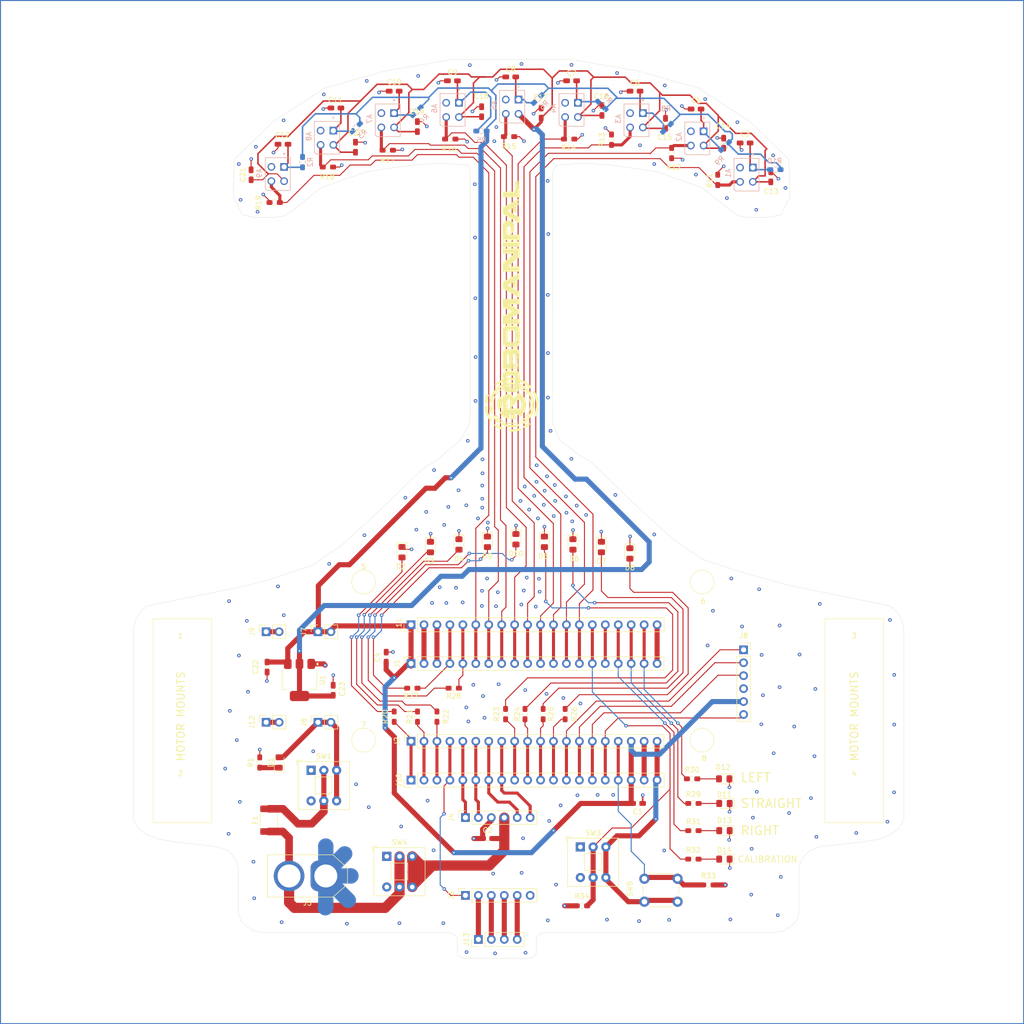
<source format=kicad_pcb>
(kicad_pcb (version 20241229) (generator "pcbnew") (generator_version "9.0")
  (layers (0 "F.Cu" signal) (2 "B.Cu" power) (5 "F.SilkS" user "F.Silkscreen") (7 "B.SilkS" user "B.Silkscreen") (1 "F.Mask" user) (3 "B.Mask" user) (25 "Edge.Cuts" user))
  (net 0 "")
  (net 1 "/RPR_ANO_1")
  (net 2 "GND")
  (net 3 "/PA1")
  (net 4 "/PA2")
  (net 5 "/OUT2")
  (net 6 "/OUT4")
  (net 7 "/PA3")
  (net 8 "/OUT3")
  (net 9 "/PA4")
  (net 10 "/PA5")
  (net 11 "/PA6")
  (net 12 "/PA7")
  (net 13 "/PB0")
  (net 14 "/PB1")
  (net 15 "/5V_STM")
  (net 16 "/VCC_DRV")
  (net 17 "/3.3V_STM")
  (net 18 "/pow_led-")
  (net 19 "/BUCK_IN")
  (net 20 "Net-(D2-A)")
  (net 21 "/PB12")
  (net 22 "/PB13")
  (net 23 "Net-(D3-A)")
  (net 24 "/PB14")
  (net 25 "Net-(D4-A)")
  (net 26 "Net-(D5-A)")
  (net 27 "/PA12")
  (net 28 "/PA15")
  (net 29 "Net-(D6-A)")
  (net 30 "Net-(D7-A)")
  (net 31 "/PB3")
  (net 32 "Net-(D8-A)")
  (net 33 "/PB4")
  (net 34 "Net-(D9-A)")
  (net 35 "/PB10")
  (net 36 "Net-(D10-A)")
  (net 37 "/PB2")
  (net 38 "Net-(D11-A)")
  (net 39 "/PB9")
  (net 40 "Net-(D12-A)")
  (net 41 "/LEFT")
  (net 42 "Net-(D13-A)")
  (net 43 "/PC14")
  (net 44 "/CALIB")
  (net 45 "Net-(D14-A)")
  (net 46 "/FUSE_OUT ")
  (net 47 "BAT+")
  (net 48 "/PC15")
  (net 49 "/VBAT_STM")
  (net 50 "/NRST")
  (net 51 "/IN4")
  (net 52 "/PB5")
  (net 53 "/PB6")
  (net 54 "/EN")
  (net 55 "/IN2")
  (net 56 "/IN1")
  (net 57 "/PB7")
  (net 58 "/EEP")
  (net 59 "/IN3")
  (net 60 "/OUT1")
  (net 61 "/ULT")
  (net 62 "/RPR_ANO_2")
  (net 63 "/RPR_ANO_3")
  (net 64 "/RPR_ANO_4")
  (net 65 "/RPR_ANO_5")
  (net 66 "/RPR_ANO_6")
  (net 67 "/RPR_ANO_7")
  (net 68 "/RPR_ANO_8")
  (net 69 "/RPR_ANO_9")
  (net 76 "/3.3V_LDO")
  (net 77 "/3.3V_STM_1")
  (footprint "Resistor_SMD:R_0603_1608Metric_Pad0.98x0.95mm_HandSolder" (layer "F.Cu") (at 171.461224 216.154)
    (property "Reference" "R31")
    (property "Value" "150")
  )
  (footprint "LED_SMD:LED_0805_2012Metric_Pad1.15x1.40mm_HandSolder" (layer "F.Cu") (at 153.416 160.528001 -90)
    (property "Reference" "D7")
    (property "Value" "LED")
  )
  (footprint "Capacitor_SMD:C_0603_1608Metric_Pad1.08x0.95mm_HandSolder" (layer "F.Cu") (at 105.1814 82.1182 90)
    (property "Reference" "C20")
    (property "Value" "0.1u")
  )
  (footprint "Capacitor_SMD:C_0603_1608Metric_Pad1.08x0.95mm_HandSolder" (layer "F.Cu") (at 112.776 71.12 180)
    (property "Reference" "C10")
    (property "Value" "0.1u")
  )
  (footprint "Capacitor_SMD:C_0603_1608Metric_Pad1.08x0.95mm_HandSolder" (layer "F.Cu") (at 124.206 69.088 180)
    (property "Reference" "C9")
    (property "Value" "0.1u")
  )
  (footprint "MountingHole:MountingHole_2.1mm" (layer "F.Cu") (at 173.2 198.4)
    (property "Reference" "8")
    (property "Value" "MountingHole_2.1mm")
  )
  (footprint "Capacitor_SMD:C_0603_1608Metric_Pad1.08x0.95mm_HandSolder" (layer "F.Cu") (at 171.9834 74.6252 180)
    (property "Reference" "C5")
    (property "Value" "0.1u")
  )
  (footprint "Capacitor_SMD:C_0603_1608Metric_Pad1.08x0.95mm_HandSolder" (layer "F.Cu") (at 111.2012 182.118 -90)
    (property "Reference" "C4")
    (property "Value" "0.1u")
  )
  (footprint "Connector_PinHeader_2.54mm:PinHeader_1x20_P2.54mm_Vertical" (layer "F.Cu") (at 116.078 206.248 90)
    (property "Reference" "J10")
    (property "Value" "Conn_01x20_Pin")
  )
  (footprint "Button_Switch_THT:SW_Push_2P2T_Toggle_CK_PVA2xxH3xxxxxxV2" (layer "F.Cu") (at 111.3187 221.2071)
    (property "Reference" "SW4")
    (property "Value" "SW_Push_DPDT")
  )
  (footprint "Capacitor_SMD:C_0603_1608Metric_Pad1.08x0.95mm_HandSolder" (layer "F.Cu") (at 87.85 184.06 -90)
    (property "Reference" "C22")
    (property "Value" "22uf")
  )
  (footprint "Resistor_SMD:R_0603_1608Metric_Pad0.98x0.95mm_HandSolder" (layer "F.Cu") (at 111.506 82.7024 180)
    (property "Reference" "R17")
    (property "Value" "47k")
  )
  (footprint "LED_SMD:LED_0805_2012Metric_Pad1.15x1.40mm_HandSolder" (layer "F.Cu") (at 177.546 216.154 180)
    (property "Reference" "D13")
    (property "Value" "LED")
  )
  (footprint "Capacitor_SMD:C_0603_1608Metric_Pad1.08x0.95mm_HandSolder" (layer "F.Cu") (at 84.709 87.5284 90)
    (property "Reference" "C21")
    (property "Value" "0.1u")
  )
  (footprint "Capacitor_SMD:C_0603_1608Metric_Pad1.08x0.95mm_HandSolder" (layer "F.Cu") (at 135.636 68.326 180)
    (property "Reference" "C8")
    (property "Value" "0.1u")
  )
  (footprint "Resistor_SMD:R_0603_1608Metric_Pad0.98x0.95mm_HandSolder" (layer "F.Cu") (at 146.304 193.294 -90)
    (property "Reference" "R26")
    (property "Value" "150")
  )
  (footprint "LED_SMD:LED_0805_2012Metric_Pad1.15x1.40mm_HandSolder" (layer "F.Cu") (at 147.828 160.020001 -90)
    (property "Reference" "D6")
    (property "Value" "LED")
  )
  (footprint "Capacitor_SMD:C_0603_1608Metric_Pad1.08x0.95mm_HandSolder" (layer "F.Cu") (at 100.804 188.632 90)
    (property "Reference" "C23")
    (property "Value" "22uf")
  )
  (footprint "Connector_PinSocket_2.54mm:PinSocket_1x02_P2.54mm_Vertical" (layer "F.Cu") (at 97.82 194.9 90)
    (property "Reference" "J6")
    (property "Value" "Conn_01x02_Socket")
  )
  (footprint "Connector_PinHeader_2.54mm:PinHeader_1x04_P2.54mm_Vertical" (layer "F.Cu") (at 129.286 237.49 90)
    (property "Reference" "J13")
    (property "Value" "Conn_01x04_Pin")
  )
  (footprint "Resistor_SMD:R_0603_1608Metric_Pad0.98x0.95mm_HandSolder" (layer "F.Cu") (at 174.4 226.8)
    (property "Reference" "R33")
    (property "Value" "10k")
  )
  (footprint "MountingHole:MountingHole_2.1mm" (layer "F.Cu") (at 203 181)
    (property "Reference" "3")
    (property "Value" "MountingHole_2.1mm")
  )
  (footprint "Capacitor_SMD:C_0603_1608Metric_Pad1.08x0.95mm_HandSolder" (layer "F.Cu") (at 147.574 69.088 180)
    (property "Reference" "C7")
    (property "Value" "0.1u")
  )
  (footprint "Capacitor_SMD:C_0603_1608Metric_Pad1.08x0.95mm_HandSolder" (layer "F.Cu") (at 165.989 77.4446 90)
    (property "Reference" "C15")
    (property "Value" "0.1u")
  )
  (footprint "Connector_PinSocket_2.54mm:PinSocket_1x02_P2.54mm_Vertical" (layer "F.Cu") (at 87.66 194.9 90)
    (property "Reference" "J12")
    (property "Value" "Conn_01x02_Socket")
  )
  (footprint "MountingHole:MountingHole_2.1mm" (layer "F.Cu") (at 70.866 208)
    (property "Reference" "2")
    (property "Value" "MountingHole_2.1mm")
  )
  (footprint "Capacitor_SMD:C_0603_1608Metric_Pad1.08x0.95mm_HandSolder" (layer "F.Cu") (at 177.3936 81.3308 90)
    (property "Reference" "C14")
    (property "Value" "0.1u")
  )
  (footprint "Resistor_SMD:R_0603_1608Metric_Pad0.98x0.95mm_HandSolder" (layer "F.Cu") (at 149.6 230.9)
    (property "Reference" "R34")
    (property "Value" "10k")
  )
  (footprint "Capacitor_SMD:C_0603_1608Metric_Pad1.08x0.95mm_HandSolder" (layer "F.Cu") (at 153.5176 74.9046 90)
    (property "Reference" "C16")
    (property "Value" "0.1u")
  )
  (footprint "LED_SMD:LED_0805_2012Metric_Pad1.15x1.40mm_HandSolder" (layer "F.Cu") (at 136.652 159.004001 -90)
    (property "Reference" "D10")
    (property "Value" "LED")
  )
  (footprint "LED_SMD:LED_0805_2012Metric_Pad1.15x1.40mm_HandSolder" (layer "F.Cu") (at 177.501 205.994 180)
    (property "Reference" "D12")
    (property "Value" "LED")
  )
  (footprint "Resistor_SMD:R_0603_1608Metric_Pad0.98x0.95mm_HandSolder" (layer "F.Cu") (at 89.3318 92.964)
    (property "Reference" "R19")
    (property "Value" "47k")
  )
  (footprint "Capacitor_SMD:C_0603_1608Metric_Pad1.08x0.95mm_HandSolder" (layer "F.Cu") (at 131.1 217.7)
    (property "Reference" "C2")
    (property "Value" "0.1u")
  )
  (footprint "Resistor_SMD:R_0603_1608Metric_Pad0.98x0.95mm_HandSolder" (layer "F.Cu") (at 117.348 193.802 -90)
    (property "Reference" "R21")
    (property "Value" "150")
  )
  (footprint "Capacitor_SMD:C_0603_1608Metric_Pad1.08x0.95mm_HandSolder" (layer "F.Cu") (at 90.973 81.534 180)
    (property "Reference" "C12")
    (property "Value" "0.1u")
  )
  (footprint "Connector_PinSocket_2.54mm:PinSocket_1x02_P2.54mm_Vertical" (layer "F.Cu") (at 87.66 177.145 90)
    (property "Reference" "J9")
    (property "Value" "Conn_01x02_Socket")
  )
  (footprint "Resistor_SMD:R_0603_1608Metric_Pad0.98x0.95mm_HandSolder" (layer "F.Cu") (at 141.986 193.294 -90)
    (property "Reference" "R25")
    (property "Value" "150")
  )
  (footprint "Resistor_SMD:R_1812_4532Metric_Pad1.30x3.40mm_HandSolder" (layer "F.Cu") (at 88.2 214.1 90)
    (property "Reference" "F1")
    (property "Value" "Polyfuse")
  )
  (footprint "Resistor_SMD:R_0603_1608Metric_Pad0.98x0.95mm_HandSolder" (layer "F.Cu") (at 124.46 188.214)
    (property "Reference" "R28")
    (property "Value" "150")
  )
  (footprint "Button_Switch_THT:SW_Push_2P2T_Toggle_CK_PVA2xxH3xxxxxxV2" (layer "F.Cu") (at 96.4767 204.3161)
    (property "Reference" "SW1")
    (property "Value" "SW_Push_DPDT")
  )
  (footprint "LED_SMD:LED_0805_2012Metric_Pad1.15x1.40mm_HandSolder" (layer "F.Cu") (at 119.888 160.537001 -90)
    (property "Reference" "D3")
    (property "Value" "LED")
  )
  (footprint "Connector_PinHeader_2.54mm:PinHeader_1x20_P2.54mm_Vertical" (layer "F.Cu") (at 116.078 175.768 90)
    (property "Reference" "J11")
    (property "Value" "Conn_01x20_Pin")
  )
  (footprint "MountingHole:MountingHole_2.1mm" (layer "F.Cu") (at 106.772 167.412)
    (property "Reference" "5")
    (property "Value" "MountingHole_2.1mm")
  )
  (footprint "Resistor_SMD:R_0603_1608Metric_Pad0.98x0.95mm_HandSolder" (layer "F.Cu") (at 135.3058 80.0354 180)
    (property "Reference" "R15")
    (property "Value" "47k")
  )
  (footprint "Capacitor_SMD:C_0603_1608Metric_Pad1.08x0.95mm_HandSolder" (layer "F.Cu") (at 186.6392 87.9348 90)
    (property "Reference" "C13")
    (property "Value" "0.1u")
  )
  (footprint "Resistor_SMD:R_0603_1608Metric_Pad0.98x0.95mm_HandSolder" (layer "F.Cu") (at 123.7742 80.518 180)
    (property "Reference" "R16")
    (property "Value" "47k")
  )
  (footprint "Resistor_SMD:R_0603_1608Metric_Pad0.98x0.95mm_HandSolder" (layer "F.Cu") (at 138.43 193.294 -90)
    (property "Reference" "R24")
    (property "Value" "150")
  )
  (footprint "Connector_AMASS:AMASS_XT60-M_1x02_P7.20mm_Vertical" (layer "F.Cu") (at 99.358 225.044 180)
    (property "Reference" "J5")
    (property "Value" "XT60-M")
  )
  (footprint "Connector_PinSocket_2.54mm:PinSocket_1x02_P2.54mm_Vertical" (layer "F.Cu") (at 97.82 177.145 90)
    (property "Reference" "J7")
    (property "Value" "Conn_01x02_Socket")
  )
  (footprint "Resistor_SMD:R_0603_1608Metric_Pad0.98x0.95mm_HandSolder" (layer "F.Cu") (at 134.62 193.294 -90)
    (property "Reference" "R23")
    (property "Value" "150")
  )
  (footprint "LED_SMD:LED_0805_2012Metric_Pad1.15x1.40mm_HandSolder" (layer "F.Cu") (at 125.476 160.020001 -90)
    (property "Reference" "D4")
    (property "Value" "LED")
  )
  (footprint "Capacitor_SMD:C_0603_1608Metric_Pad1.08x0.95mm_HandSolder" (layer "F.Cu") (at 160.528 210.82 180)
    (property "Reference" "C1")
    (property "Value" "0.1u")
  )
  (footprint "Resistor_SMD:R_0603_1608Metric_Pad0.98x0.95mm_HandSolder" (layer "F.Cu") (at 171.461224 210.82)
    (property "Reference" "R29")
    (property "Value" "150")
  )
  (footprint "Capacitor_SMD:C_0603_1608Metric_Pad1.08x0.95mm_HandSolder" (layer "F.Cu") (at 160.02 71.12 180)
    (property "Reference" "C6")
    (property "Value" "0.1u")
  )
  (footprint "Resistor_SMD:R_0603_1608Metric_Pad0.98x0.95mm_HandSolder" (layer "F.Cu") (at 171.2065 205.994)
    (property "Reference" "R30")
    (property "Value" "150")
  )
  (footprint "Resistor_SMD:R_0603_1608Metric_Pad0.98x0.95mm_HandSolder" (layer "F.Cu") (at 167.1828 83.2612 90)
    (property "Reference" "R12")
    (property "Value" "47k")
  )
  (footprint "Resistor_SMD:R_0603_1608Metric_Pad0.98x0.95mm_HandSolder" (layer "F.Cu") (at 121.158 193.802 -90)
    (property "Reference" "R22")
    (property "Value" "150")
  )
  (footprint "Connector_PinSocket_2.54mm:PinSocket_1x06_P2.54mm_Vertical" (layer "F.Cu") (at 126.746 228.854 90)
    (property "Reference" "J3")
    (property "Value" "Conn_01x06_Socket")
  )
  (footprint "Button_Switch_THT:SW_PUSH_6mm_H5mm" (layer "F.Cu") (at 168.35 230.088 180)
    (property "Reference" "SW5")
    (property "Value" "SW_Push")
  )
  (footprint "Connector_PinSocket_2.54mm:PinSocket_1x06_P2.54mm_Vertical" (layer "F.Cu") (at 126.746 213.589 90)
    (property "Reference" "J4")
    (property "Value" "Conn_01x06_Socket")
  )
  (footprint "Capacitor_SMD:C_0603_1608Metric_Pad1.08x0.95mm_HandSolder" (layer "F.Cu") (at 129.921 75.1586 90)
    (property "Reference" "C18")
    (property "Value" "0.1u")
  )
  (footprint "MountingHole:MountingHole_2.1mm" (layer "F.Cu") (at 106.772 198.4)
    (property "Reference" "7")
    (property "Value" "MountingHole_2.1mm")
  )
  (footprint "Robo Logo:robo_logo.pretty" (layer "F.Cu") (at 135.8 113.3 90)
    (property "Reference" "G***" (hide yes))
    (property "Value" "LOGO" (hide yes))
  )
  (footprint "LED_SMD:LED_0805_2012Metric_Pad1.15x1.40mm_HandSolder" (layer "F.Cu") (at 131.064 159.512001 -90)
    (property "Reference" "D9")
    (property "Value" "LED")
  )
  (footprint "Capacitor_SMD:C_0603_1608Metric_Pad1.08x0.95mm_HandSolder" (layer "F.Cu") (at 117.3226 78.0796 90)
    (property "Reference" "C19")
    (property "Value" "0.1u")
  )
  (footprint "Capacitor_SMD:C_0603_1608Metric_Pad1.08x0.95mm_HandSolder" (layer "F.Cu") (at 141.605 75.4126 90)
    (property "Reference" "C17")
    (property "Value" "0.1u")
  )
  (footprint "LED_SMD:LED_0805_2012Metric_Pad1.15x1.40mm_HandSolder" (layer "F.Cu") (at 114.3 161.544001 -90)
    (property "Reference" "D2")
    (property "Value" "LED")
  )
  (footprint "MountingHole:MountingHole_2.1mm" (layer "F.Cu") (at 203 208)
    (property "Reference" "4")
    (property "Value" "MountingHole_2.1mm")
  )
  (footprint "Resistor_SMD:R_0603_1608Metric_Pad0.98x0.95mm_HandSolder" (layer "F.Cu") (at 155.3972 80.645 -90)
    (property "Reference" "R13")
    (property "Value" "47k")
  )
  (footprint "LED_SMD:LED_0805_2012Metric_Pad1.15x1.40mm_HandSolder" (layer "F.Cu") (at 177.537 221.742 180)
    (property "Reference" "D14")
    (property "Value" "LED")
  )
  (footprint "Connector_PinSocket_2.54mm:PinSocket_1x20_P2.54mm_Vertical" (layer "F.Cu") (at 116.078 198.628 90)
    (property "Reference" "J2")
    (property "Value" "Conn_01x20_Socket")
  )
  (footprint "Resistor_SMD:R_0603_1608Metric_Pad0.98x0.95mm_HandSolder" (layer "F.Cu") (at 147.0914 80.518 180)
    (property "Reference" "R14")
    (property "Value" "47k")
  )
  (footprint "LED_SMD:LED_0805_2012Metric_Pad1.15x1.40mm_HandSolder" (layer "F.Cu") (at 159.004 161.789001 -90)
    (property "Reference" "D8")
    (property "Value" "LED")
  )
  (footprint "Resistor_SMD:R_0603_1608Metric_Pad0.98x0.95mm_HandSolder" (layer "F.Cu") (at 99.7712 86.0044 180)
    (property "Reference" "R18")
    (property "Value" "47k")
  )
  (footprint "LED_SMD:LED_0805_2012Metric_Pad1.15x1.40mm_HandSolder" (layer "F.Cu") (at 90.21125 202.7875 90)
    (property "Reference" "D1")
    (property "Value" "LED")
  )
  (footprint "Resistor_SMD:R_0603_1608Metric_Pad0.98x0.95mm_HandSolder" (layer "F.Cu") (at 176.2252 88.519 -90)
    (property "Reference" "R11")
    (property "Value" "47k")
  )
  (footprint "Button_Switch_THT:SW_Push_2P2T_Toggle_CK_PVA2xxH3xxxxxxV2" (layer "F.Cu") (at 149.293 219.3529)
    (property "Reference" "SW3")
    (property "Value" "SW_Push_DPDT")
  )
  (footprint "Capacitor_SMD:C_0603_1608Metric_Pad1.08x0.95mm_HandSolder" (layer "F.Cu") (at 101.346 74.422 180)
    (property "Reference" "C11")
    (property "Value" "0.1u")
  )
  (footprint "Resistor_SMD:R_0603_1608Metric_Pad0.98x0.95mm_HandSolder" (layer "F.Cu") (at 112.776 193.802 -90)
    (property "Reference" "R20")
    (property "Value" "150")
  )
  (footprint "Capacitor_SMD:C_0603_1608Metric_Pad1.08x0.95mm_HandSolder" (layer "F.Cu") (at 181.61 81.28 180)
    (property "Reference" "C3")
    (property "Value" "0.1u")
  )
  (footprint "Resistor_SMD:R_0603_1608Metric_Pad0.98x0.95mm_HandSolder" (layer "F.Cu") (at 171.4535 221.742)
    (property "Reference" "R32")
    (property "Value" "150")
  )
  (footprint "Connector_PinSocket_2.54mm:PinSocket_1x20_P2.54mm_Vertical" (layer "F.Cu") (at 116.078 183.388 90)
    (property "Reference" "J1")
    (property "Value" "Conn_01x20_Socket")
  )
  (footprint "MountingHole:MountingHole_2.1mm" (layer "F.Cu") (at 70.866 181)
    (property "Reference" "1")
    (property "Value" "MountingHole_2.1mm")
  )
  (footprint "Connector_PinSocket_2.54mm:PinSocket_1x06_P2.54mm_Vertical" (layer "F.Cu") (at 181.3 180.68)
    (property "Reference" "J8")
    (property "Value" "Conn_01x06_Socket")
  )
  (footprint "Package_TO_SOT_SMD:SOT-223-3_TabPin2" (layer "F.Cu") (at 94.2 186.6 -90)
    (property "Reference" "U1")
    (property "Value" "AMS1117-3.3")
  )
  (footprint "LED_SMD:LED_0805_2012Metric_Pad1.15x1.40mm_HandSolder" (layer "F.Cu") (at 142.24 159.512001 -90)
    (property "Reference" "D5")
    (property "Value" "LED")
  )
  (footprint "Resistor_SMD:R_0603_1608Metric_Pad0.98x0.95mm_HandSolder" (layer "F.Cu") (at 86.40125 202.7875 90)
    (property "Reference" "R1")
    (property "Value" "R")
  )
  (footprint "LED_SMD:LED_0805_2012Metric_Pad1.15x1.40mm_HandSolder" (layer "F.Cu") (at 177.546 210.82 180)
    (property "Reference" "D11")
    (property "Value" "LED")
  )
  (footprint "MountingHole:MountingHole_2.1mm" (layer "F.Cu") (at 173.2 167.412)
    (property "Reference" "6")
    (property "Value" "MountingHole_2.1mm")
  )
  (footprint "Resistor_SMD:R_0603_1608Metric_Pad0.98x0.95mm_HandSolder" (layer "F.Cu") (at 116.332 188.214)
    (property "Reference" "R27")
    (property "Value" "150")
  )
  (footprint "Resistor_SMD:R_0603_1608Metric_Pad0.98x0.95mm_HandSolder" (layer "B.Cu") (at 187.5282 86.5124 180)
    (property "Reference" "R10")
    (property "Value" "220")
  )
  (footprint "Resistor_SMD:R_0603_1608Metric_Pad0.98x0.95mm_HandSolder" (layer "B.Cu") (at 177.673 81.8896 -135)
    (property "Reference" "R9")
    (property "Value" "220")
  )
  (footprint "RPR-220:PHODET_RPR-220" (layer "B.Cu") (at 124.226 74.8 -90)
    (property "Reference" "A6")
    (property "Value" "RPR-220")
  )
  (footprint "RPR-220:PHODET_RPR-220" (layer "B.Cu") (at 111.506 76.832 -90)
    (property "Reference" "A7")
    (property "Value" "RPR-220")
  )
  (footprint "Resistor_SMD:R_0603_1608Metric_Pad0.98x0.95mm_HandSolder" (layer "B.Cu") (at 140.9192 72.6694 -135)
    (property "Reference" "R6")
    (property "Value" "220")
  )
  (footprint "RPR-220:PHODET_RPR-220" (layer "B.Cu") (at 99.588 80.258 -90)
    (property "Reference" "A8")
    (property "Value" "RPR-220")
  )
  (footprint "RPR-220:PHODET_RPR-220" (layer "B.Cu") (at 147.554 74.8 -90)
    (property "Reference" "A4")
    (property "Value" "RPR-220")
  )
  (footprint "Resistor_SMD:R_0603_1608Metric_Pad0.98x0.95mm_HandSolder" (layer "B.Cu") (at 105.3084 78.2574 -135)
    (property "Reference" "R3")
    (property "Value" "220")
  )
  (footprint "RPR-220:PHODET_RPR-220" (layer "B.Cu") (at 172.212 80.391 -90)
    (property "Reference" "A2")
    (property "Value" "RPR-220")
  )
  (footprint "RPR-220:PHODET_RPR-220" (layer "B.Cu") (at 181.864 87.503 -90)
    (property "Reference" "A1")
    (property "Value" "RPR-220")
  )
  (footprint "RPR-220:PHODET_RPR-220" (layer "B.Cu") (at 89.936 87.37 -90)
    (property "Reference" "A9")
    (property "Value" "RPR-220")
  )
  (footprint "Resistor_SMD:R_0603_1608Metric_Pad0.98x0.95mm_HandSolder" (layer "B.Cu") (at 153.4668 73.8886 135)
    (property "Reference" "R7")
    (property "Value" "220")
  )
  (footprint "Resistor_SMD:R_0603_1608Metric_Pad0.98x0.95mm_HandSolder" (layer "B.Cu") (at 94.7928 85.0392 -90)
    (property "Reference" "R2")
    (property "Value" "220")
  )
  (footprint "Resistor_SMD:R_0603_1608Metric_Pad0.98x0.95mm_HandSolder" (layer "B.Cu") (at 129.8956 78.9432 180)
    (property "Reference" "R5")
    (property "Value" "220")
  )
  (footprint "Resistor_SMD:R_0603_1608Metric_Pad0.98x0.95mm_HandSolder" (layer "B.Cu") (at 166.2684 78.3082 -135)
    (property "Reference" "R8")
    (property "Value" "220")
  )
  (footprint "Resistor_SMD:R_0603_1608Metric_Pad0.98x0.95mm_HandSolder" (layer "B.Cu") (at 117.1956 75.0824 -135)
    (property "Reference" "R4")
    (property "Value" "220")
  )
  (footprint "RPR-220:PHODET_RPR-220" (layer "B.Cu") (at 160.294 76.832 -90)
    (property "Reference" "A3")
    (property "Value" "RPR-220")
  )
  (footprint "RPR-220:PHODET_RPR-220" (layer "B.Cu") (at 135.91 74.168 -90)
    (property "Reference" "A5")
    (property "Value" "RPR-220")
  )
  (gr_rect (start 35.56 53.34) (end 236.22 254) (stroke (width 0.2)) (fill no) (layer "B.Cu"))
  (gr_rect (start 65.5 174.6) (end 77 214.6) (stroke (width 0.1)) (fill no) (layer "F.SilkS"))
  (gr_circle (center 106.767619 198.4) (end 108.767619 199.6) (stroke (width 0.1)) (fill no) (layer "F.SilkS"))
  (gr_circle (center 173.167619 167.4) (end 175.167619 168.6) (stroke (width 0.1)) (fill no) (layer "F.SilkS"))
  (gr_circle (center 173.167619 198.4) (end 175.167619 199.6) (stroke (width 0.1)) (fill no) (layer "F.SilkS"))
  (gr_rect (start 197.25 174.6) (end 208.75 214.6) (stroke (width 0.1)) (fill no) (layer "F.SilkS"))
  (gr_circle (center 106.767619 167.4) (end 108.767619 168.6) (stroke (width 0.1)) (fill no) (layer "F.SilkS"))
  (gr_line (start 190.1444 168.021) (end 209.9564 172.085) (stroke (width 0.05)) (layer "Edge.Cuts"))
  (gr_line (start 107.3658 86.8934) (end 116.4082 85.598) (stroke (width 0.05)) (layer "Edge.Cuts"))
  (gr_line (start 209.9564 172.085) (end 210.9724 172.847) (stroke (width 0.05)) (layer "Edge.Cuts"))
  (gr_line (start 190.3984 91.821) (end 188.6204 95.377) (stroke (width 0.05)) (layer "Edge.Cuts"))
  (gr_line (start 143.8402 136.4234) (end 143.8148 133.6548) (stroke (width 0.05)) (layer "Edge.Cuts"))
  (gr_line (start 81.4324 84.455) (end 81.1784 91.821) (stroke (width 0.05)) (layer "Edge.Cuts"))
  (gr_line (start 192.1764 223.647) (end 192.1764 224.663) (stroke (width 0.05)) (layer "Edge.Cuts"))
  (gr_line (start 124.1044 64.897) (end 110.8964 67.183) (stroke (width 0.05)) (layer "Edge.Cuts"))
  (gr_line (start 109.8296 153.4414) (end 114.2238 149.1742) (stroke (width 0.05)) (layer "Edge.Cuts"))
  (gr_line (start 125.1204 238.125) (end 125.1204 240.157) (stroke (width 0.05)) (layer "Edge.Cuts"))
  (gr_line (start 135.7884 64.897) (end 124.1044 64.897) (stroke (width 0.05)) (layer "Edge.Cuts"))
  (gr_line (start 121.8692 85.2424) (end 127.1778 85.598) (stroke (width 0.05)) (layer "Edge.Cuts"))
  (gr_line (start 211.9884 174.117) (end 212.4964 175.387) (stroke (width 0.05)) (layer "Edge.Cuts"))
  (gr_line (start 141.3764 236.347) (end 140.8684 236.855) (stroke (width 0.05)) (layer "Edge.Cuts"))
  (gr_line (start 61.8744 175.387) (end 61.6204 176.911) (stroke (width 0.05)) (layer "Edge.Cuts"))
  (gr_line (start 140.3604 240.665) (end 140.1064 240.919) (stroke (width 0.05)) (layer "Edge.Cuts"))
  (gr_line (start 99.2124 70.485) (end 89.0524 77.089) (stroke (width 0.05)) (layer "Edge.Cuts"))
  (gr_line (start 139.5984 241.173) (end 133.7564 241.173) (stroke (width 0.05)) (layer "Edge.Cuts"))
  (gr_line (start 61.6204 183.515) (end 61.6204 213.995) (stroke (width 0.05)) (layer "Edge.Cuts"))
  (gr_line (start 192.4304 222.377) (end 192.1764 223.647) (stroke (width 0.05)) (layer "Edge.Cuts"))
  (gr_line (start 78.1304 219.329) (end 80.1624 220.091) (stroke (width 0.05)) (layer "Edge.Cuts"))
  (gr_line (start 114.2238 149.1742) (end 118.237 145.288) (stroke (width 0.05)) (layer "Edge.Cuts"))
  (gr_line (start 148.4122 142.0368) (end 145.3134 139.6492) (stroke (width 0.05)) (layer "Edge.Cuts"))
  (gr_line (start 140.8684 236.855) (end 140.6144 237.363) (stroke (width 0.05)) (layer "Edge.Cuts"))
  (gr_line (start 160.6804 67.183) (end 172.3644 70.485) (stroke (width 0.05)) (layer "Edge.Cuts"))
  (gr_line (start 182.5244 77.089) (end 190.1444 84.455) (stroke (width 0.05)) (layer "Edge.Cuts"))
  (gr_line (start 127.5588 136.2964) (end 127.7112 133.8072) (stroke (width 0.05)) (layer "Edge.Cuts"))
  (gr_line (start 209.9564 217.043) (end 207.9244 217.805) (stroke (width 0.05)) (layer "Edge.Cuts"))
  (gr_line (start 91.313 95.5548) (end 93.1672 94.2594) (stroke (width 0.05)) (layer "Edge.Cuts"))
  (gr_line (start 125.6284 240.919) (end 126.1364 241.173) (stroke (width 0.05)) (layer "Edge.Cuts"))
  (gr_line (start 123.0884 236.093) (end 124.3584 236.347) (stroke (width 0.05)) (layer "Edge.Cuts"))
  (gr_line (start 118.237 145.288) (end 121.3866 143.3068) (stroke (width 0.05)) (layer "Edge.Cuts"))
  (gr_line (start 121.3104 236.093) (end 123.0884 236.093) (stroke (width 0.05)) (layer "Edge.Cuts"))
  (gr_line (start 82.9564 95.377) (end 85.4964 95.885) (stroke (width 0.05)) (layer "Edge.Cuts"))
  (gr_line (start 181.0004 165.481) (end 173.2026 162.9156) (stroke (width 0.05)) (layer "Edge.Cuts"))
  (gr_line (start 85.2424 235.839) (end 87.0204 236.093) (stroke (width 0.05)) (layer "Edge.Cuts"))
  (gr_line (start 64.4144 217.043) (end 66.4464 217.805) (stroke (width 0.05)) (layer "Edge.Cuts"))
  (gr_line (start 84.2264 168.021) (end 64.4144 172.085) (stroke (width 0.05)) (layer "Edge.Cuts"))
  (gr_line (start 140.6144 240.157) (end 140.3604 240.665) (stroke (width 0.05)) (layer "Edge.Cuts"))
  (gr_line (start 126.1364 241.173) (end 133.7564 241.173) (stroke (width 0.05)) (layer "Edge.Cuts"))
  (gr_line (start 140.6144 238.125) (end 140.6144 240.157) (stroke (width 0.05)) (layer "Edge.Cuts"))
  (gr_line (start 142.6464 236.093) (end 141.3764 236.347) (stroke (width 0.05)) (layer "Edge.Cuts"))
  (gr_line (start 143.8148 133.6548) (end 143.8656 86.9696) (stroke (width 0.05)) (layer "Edge.Cuts"))
  (gr_line (start 149.7076 85.2424) (end 144.8308 85.6234) (stroke (width 0.05)) (layer "Edge.Cuts"))
  (gr_line (start 88.7984 166.751) (end 84.2264 168.021) (stroke (width 0.05)) (layer "Edge.Cuts"))
  (gr_line (start 190.6524 234.823) (end 189.1284 235.839) (stroke (width 0.05)) (layer "Edge.Cuts"))
  (gr_line (start 87.0204 236.093) (end 90.0684 236.093) (stroke (width 0.05)) (layer "Edge.Cuts"))
  (gr_line (start 81.1784 221.107) (end 81.9404 222.377) (stroke (width 0.05)) (layer "Edge.Cuts"))
  (gr_line (start 83.7184 234.823) (end 85.2424 235.839) (stroke (width 0.05)) (layer "Edge.Cuts"))
  (gr_line (start 180.2638 95.5548) (end 178.4096 94.2594) (stroke (width 0.05)) (layer "Edge.Cuts"))
  (gr_line (start 89.0524 77.089) (end 81.4324 84.455) (stroke (width 0.05)) (layer "Edge.Cuts"))
  (gr_line (start 140.6144 237.363) (end 140.6144 238.125) (stroke (width 0.05)) (layer "Edge.Cuts"))
  (gr_line (start 125.1204 237.363) (end 125.1204 238.125) (stroke (width 0.05)) (layer "Edge.Cuts"))
  (gr_line (start 191.6684 233.807) (end 190.6524 234.823) (stroke (width 0.05)) (layer "Edge.Cuts"))
  (gr_line (start 62.6364 215.773) (end 64.4144 217.043) (stroke (width 0.05)) (layer "Edge.Cuts"))
  (gr_line (start 85.4964 95.885) (end 89.3064 95.885) (stroke (width 0.05)) (layer "Edge.Cuts"))
  (gr_line (start 61.6204 213.995) (end 62.6364 215.773) (stroke (width 0.05)) (layer "Edge.Cuts"))
  (gr_line (start 210.9724 172.847) (end 211.9884 174.117) (stroke (width 0.05)) (layer "Edge.Cuts"))
  (gr_line (start 185.5724 166.751) (end 190.1444 168.021) (stroke (width 0.05)) (layer "Edge.Cuts"))
  (gr_line (start 211.7344 215.773) (end 209.9564 217.043) (stroke (width 0.05)) (layer "Edge.Cuts"))
  (gr_line (start 207.9244 217.805) (end 204.8764 218.313) (stroke (width 0.05)) (layer "Edge.Cuts"))
  (gr_line (start 204.8764 218.313) (end 196.2404 219.329) (stroke (width 0.05)) (layer "Edge.Cuts"))
  (gr_line (start 164.211 86.8934) (end 155.1686 85.598) (stroke (width 0.05)) (layer "Edge.Cuts"))
  (gr_line (start 66.4464 217.805) (end 69.4944 218.313) (stroke (width 0.05)) (layer "Edge.Cuts"))
  (gr_line (start 178.4096 94.2594) (end 173.2026 90.0684) (stroke (width 0.05)) (layer "Edge.Cuts"))
  (gr_line (start 159.9692 152.1714) (end 155.575 147.9042) (stroke (width 0.05)) (layer "Edge.Cuts"))
  (gr_line (start 212.7504 183.515) (end 212.7504 213.995) (stroke (width 0.05)) (layer "Edge.Cuts"))
  (gr_line (start 90.0684 236.093) (end 121.3104 236.093) (stroke (width 0.05)) (layer "Edge.Cuts"))
  (gr_line (start 182.2704 95.885) (end 180.2638 95.5548) (stroke (width 0.05)) (layer "Edge.Cuts"))
  (gr_line (start 194.2084 220.091) (end 193.1924 221.107) (stroke (width 0.05)) (layer "Edge.Cuts"))
  (gr_line (start 212.7504 176.911) (end 212.7504 183.515) (stroke (width 0.05)) (layer "Edge.Cuts"))
  (gr_line (start 184.5564 236.093) (end 142.6464 236.093) (stroke (width 0.05)) (layer "Edge.Cuts"))
  (gr_line (start 82.1944 224.663) (end 82.1944 232.283) (stroke (width 0.05)) (layer "Edge.Cuts"))
  (gr_line (start 125.6792 139.5984) (end 127.5588 136.2964) (stroke (width 0.05)) (layer "Edge.Cuts"))
  (gr_line (start 64.4144 172.085) (end 63.3984 172.847) (stroke (width 0.05)) (layer "Edge.Cuts"))
  (gr_line (start 144.1958 86.0806) (end 144.8308 85.6234) (stroke (width 0.05)) (layer "Edge.Cuts"))
  (gr_line (start 69.4944 218.313) (end 78.1304 219.329) (stroke (width 0.05)) (layer "Edge.Cuts"))
  (gr_line (start 173.2026 162.9156) (end 167.3098 158.877) (stroke (width 0.05)) (layer "Edge.Cuts"))
  (gr_line (start 143.8656 86.9696) (end 144.1958 86.0806) (stroke (width 0.05)) (layer "Edge.Cuts"))
  (gr_line (start 192.1764 224.663) (end 192.1764 232.283) (stroke (width 0.05)) (layer "Edge.Cuts"))
  (gr_line (start 192.1764 232.283) (end 191.6684 233.807) (stroke (width 0.05)) (layer "Edge.Cuts"))
  (gr_line (start 151.5618 144.018) (end 148.4122 142.0368) (stroke (width 0.05)) (layer "Edge.Cuts"))
  (gr_line (start 125.1204 240.157) (end 125.3744 240.665) (stroke (width 0.05)) (layer "Edge.Cuts"))
  (gr_line (start 82.7024 233.807) (end 83.7184 234.823) (stroke (width 0.05)) (layer "Edge.Cuts"))
  (gr_line (start 140.1064 240.919) (end 139.5984 241.173) (stroke (width 0.05)) (layer "Edge.Cuts"))
  (gr_line (start 212.7504 213.995) (end 211.7344 215.773) (stroke (width 0.05)) (layer "Edge.Cuts"))
  (gr_line (start 155.1686 85.598) (end 149.7076 85.2424) (stroke (width 0.05)) (layer "Edge.Cuts"))
  (gr_line (start 62.3824 174.117) (end 61.8744 175.387) (stroke (width 0.05)) (layer "Edge.Cuts"))
  (gr_line (start 102.489 160.147) (end 109.8296 153.4414) (stroke (width 0.05)) (layer "Edge.Cuts"))
  (gr_line (start 212.4964 175.387) (end 212.7504 176.911) (stroke (width 0.05)) (layer "Edge.Cuts"))
  (gr_line (start 82.1944 232.283) (end 82.7024 233.807) (stroke (width 0.05)) (layer "Edge.Cuts"))
  (gr_line (start 96.5962 164.1856) (end 102.489 160.147) (stroke (width 0.05)) (layer "Edge.Cuts"))
  (gr_line (start 155.575 147.9042) (end 151.5618 144.018) (stroke (width 0.05)) (layer "Edge.Cuts"))
  (gr_line (start 145.3134 139.6492) (end 143.8402 136.4234) (stroke (width 0.05)) (layer "Edge.Cuts"))
  (gr_line (start 172.3644 70.485) (end 182.5244 77.089) (stroke (width 0.05)) (layer "Edge.Cuts"))
  (gr_line (start 124.3584 236.347) (end 124.8664 236.855) (stroke (width 0.05)) (layer "Edge.Cuts"))
  (gr_line (start 124.8664 236.855) (end 125.1204 237.363) (stroke (width 0.05)) (layer "Edge.Cuts"))
  (gr_line (start 81.1784 91.821) (end 82.9564 95.377) (stroke (width 0.05)) (layer "Edge.Cuts"))
  (gr_line (start 61.6204 176.911) (end 61.6204 183.515) (stroke (width 0.05)) (layer "Edge.Cuts"))
  (gr_line (start 80.1624 220.091) (end 81.1784 221.107) (stroke (width 0.05)) (layer "Edge.Cuts"))
  (gr_line (start 127.51435 86.106) (end 127.1778 85.598) (stroke (width 0.05)) (layer "Edge.Cuts"))
  (gr_line (start 121.3866 143.3068) (end 125.6792 139.5984) (stroke (width 0.05)) (layer "Edge.Cuts"))
  (gr_line (start 98.3742 90.0684) (end 107.3658 86.8934) (stroke (width 0.05)) (layer "Edge.Cuts"))
  (gr_line (start 196.2404 219.329) (end 194.2084 220.091) (stroke (width 0.05)) (layer "Edge.Cuts"))
  (gr_line (start 147.4724 64.897) (end 160.6804 67.183) (stroke (width 0.05)) (layer "Edge.Cuts"))
  (gr_line (start 127.70485 86.9442) (end 127.51435 86.106) (stroke (width 0.05)) (layer "Edge.Cuts"))
  (gr_line (start 167.3098 158.877) (end 159.9692 152.1714) (stroke (width 0.05)) (layer "Edge.Cuts"))
  (gr_line (start 186.0804 95.885) (end 182.2704 95.885) (stroke (width 0.05)) (layer "Edge.Cuts"))
  (gr_line (start 88.7984 166.751) (end 96.5962 164.1856) (stroke (width 0.05)) (layer "Edge.Cuts"))
  (gr_line (start 110.8964 67.183) (end 99.2124 70.485) (stroke (width 0.05)) (layer "Edge.Cuts"))
  (gr_line (start 190.1444 84.455) (end 190.3984 91.821) (stroke (width 0.05)) (layer "Edge.Cuts"))
  (gr_line (start 89.3064 95.885) (end 91.313 95.5548) (stroke (width 0.05)) (layer "Edge.Cuts"))
  (gr_line (start 187.3504 236.093) (end 184.5564 236.093) (stroke (width 0.05)) (layer "Edge.Cuts"))
  (gr_line (start 188.6204 95.377) (end 186.0804 95.885) (stroke (width 0.05)) (layer "Edge.Cuts"))
  (gr_line (start 125.3744 240.665) (end 125.6284 240.919) (stroke (width 0.05)) (layer "Edge.Cuts"))
  (gr_line (start 181.0004 165.481) (end 185.5724 166.751) (stroke (width 0.05)) (layer "Edge.Cuts"))
  (gr_line (start 135.7884 64.897) (end 147.4724 64.897) (stroke (width 0.05)) (layer "Edge.Cuts"))
  (gr_line (start 127.7112 133.8072) (end 127.70485 86.9442) (stroke (width 0.05)) (layer "Edge.Cuts"))
  (gr_line (start 63.3984 172.847) (end 62.3824 174.117) (stroke (width 0.05)) (layer "Edge.Cuts"))
  (gr_line (start 82.1944 223.647) (end 82.1944 224.663) (stroke (width 0.05)) (layer "Edge.Cuts"))
  (gr_line (start 93.1672 94.2594) (end 98.3742 90.0684) (stroke (width 0.05)) (layer "Edge.Cuts"))
  (gr_line (start 81.9404 222.377) (end 82.1944 223.647) (stroke (width 0.05)) (layer "Edge.Cuts"))
  (gr_line (start 193.1924 221.107) (end 192.4304 222.377) (stroke (width 0.05)) (layer "Edge.Cuts"))
  (gr_line (start 173.2026 90.0684) (end 164.211 86.8934) (stroke (width 0.05)) (layer "Edge.Cuts"))
  (gr_line (start 189.1284 235.839) (end 187.3504 236.093) (stroke (width 0.05)) (layer "Edge.Cuts"))
  (gr_line (start 116.4082 85.598) (end 121.8692 85.2424) (stroke (width 0.05)) (layer "Edge.Cuts"))
  (gr_text "LEFT\n" (at 180.594 206.756 0) (layer "F.SilkS") (effects (font (size 1.75 1.75) (thickness 0.21875)) (justify left bottom)))
  (gr_text "MOTOR MOUNTS" (at 71.8 202.7 90) (layer "F.SilkS") (effects (font (size 1.5 1.5) (thickness 0.1875)) (justify left bottom)))
  (gr_text "RIGHT" (at 180.594 217.17 0) (layer "F.SilkS") (effects (font (size 1.75 1.75) (thickness 0.21875)) (justify left bottom)))
  (gr_text "MOTOR MOUNTS" (at 203.9 202.692 90) (layer "F.SilkS") (effects (font (size 1.5 1.5) (thickness 0.1875)) (justify left bottom)))
  (gr_text "CALIBRATION" (at 180.077 222.504 0) (layer "F.SilkS") (effects (font (size 1.25 1.25) (thickness 0.15625)) (justify left bottom)))
  (gr_text "STRAIGHT\n" (at 180.594 211.836 0) (layer "F.SilkS") (effects (font (size 1.75 1.75) (thickness 0.21875)) (justify left bottom)))
  (segment (start 91.948 81.534) (end 91.948 85.208) (width 0.3) (layer "F.Cu") (net 1))
  (segment (start 91.948 85.208) (end 91.186 85.97) (width 0.3) (layer "F.Cu") (net 1))
  (segment (start 91.2677 86.0517) (end 91.186 85.97) (width 0.3) (layer "B.Cu") (net 1))
  (segment (start 94.7928 86.0517) (end 91.2677 86.0517) (width 0.3) (layer "B.Cu") (net 1))
  (segment (start 118.618 175.768) (end 118.618 183.388) (width 1) (layer "F.Cu") (net 2))
  (segment (start 153.416 159.503001) (end 153.416 157.5308) (width 0.2) (layer "F.Cu") (net 2))
  (segment (start 89.9855 82.2773) (end 89.1032 83.1596) (width 0.2) (layer "F.Cu") (net 2))
  (segment (start 161.503 210.82) (end 161.503 209.21) (width 0.3) (layer "F.Cu") (net 2))
  (segment (start 136.652 157.979001) (end 136.652 156.337) (width 0.2) (layer "F.Cu") (net 2))
  (segment (start 129.921 74.1711) (end 129.0289 74.1711) (width 0.2) (layer "F.Cu") (net 2))
  (segment (start 159.0325 71.12) (end 157.4292 71.12) (width 0.2) (layer "F.Cu") (net 2))
  (segment (start 141.605 74.4251) (end 141.2209 74.4251) (width 0.2) (layer "F.Cu") (net 2))
  (segment (start 112.5064 181.143) (end 112.522 181.1274) (width 0.2) (layer "F.Cu") (net 2))
  (segment (start 130.125 217.7) (end 130.125 215.875) (width 1) (layer "F.Cu") (net 2))
  (segment (start 84.709 84.455) (end 84.7344 84.4296) (width 0.2) (layer "F.Cu") (net 2))
  (segment (start 186.7947 86.9473) (end 188.1378 88.2904) (width 0.2) (layer "F.Cu") (net 2))
  (segment (start 175.4125 226.8) (end 177.7 226.8) (width 1) (layer "F.Cu") (net 2))
  (segment (start 180.6225 81.28) (end 180.6225 82.3499) (width 0.2) (layer "F.Cu") (net 2))
  (segment (start 155.3972 79.632499) (end 155.3972 79.5274) (width 0.2) (layer "F.Cu") (net 2))
  (segment (start 178.571 212.419) (end 178.54 212.45) (width 0.2) (layer "F.Cu") (net 2))
  (segment (start 87.66 194.9) (end 90.2 194.9) (width 1) (layer "F.Cu") (net 2))
  (segment (start 148.103901 80.518) (end 148.8186 80.518) (width 0.2) (layer "F.Cu") (net 2))
  (segment (start 148.5875 230.9) (end 146.2 230.9) (width 1) (layer "F.Cu") (net 2))
  (segment (start 159.004 160.764002) (end 159.004 158.496) (width 0.2) (layer "F.Cu") (net 2))
  (segment (start 84.709 86.5409) (end 84.709 84.455) (width 0.2) (layer "F.Cu") (net 2))
  (segment (start 159.004 158.496) (end 159.0548 158.4452) (width 0.2) (layer "F.Cu") (net 2))
  (segment (start 148.8186 80.518) (end 149.6568 79.6798) (width 0.2) (layer "F.Cu") (net 2))
  (segment (start 137.3378 80.0354) (end 138.2268 80.9244) (width 0.2) (layer "F.Cu") (net 2))
  (segment (start 116.1796 160.9852) (end 114.766198 160.9852) (width 0.2) (layer "F.Cu") (net 2))
  (segment (start 121.8184 69.088) (end 121.4374 69.469) (width 0.2) (layer "F.Cu") (net 2))
  (segment (start 114.2238 82.7024) (end 114.3762 82.55) (width 0.2) (layer "F.Cu") (net 2))
  (segment (start 100.7837 86.0044) (end 102.108 86.0044) (width 0.2) (layer "F.Cu") (net 2))
  (segment (start 178.553 217.678) (end 178.553 216.172) (width 0.2) (layer "F.Cu") (net 2))
  (segment (start 87.85 185.0475) (end 87.85 186.7524) (width 0.2) (layer "F.Cu") (net 2))
  (segment (start 176.2252 87.0204) (end 177.3936 85.852) (width 0.2) (layer "F.Cu") (net 2))
  (segment (start 176.1775 80.3433) (end 176.1236 80.2894) (width 0.2) (layer "F.Cu") (net 2))
  (segment (start 153.5176 73.9171) (end 152.8541 73.9171) (width 0.2) (layer "F.Cu") (net 2))
  (segment (start 88.3193 92.964) (end 88.3193 92.6119) (width 0.2) (layer "F.Cu") (net 2))
  (segment (start 117.3226 77.0921) (end 118.2401 77.0921) (width 0.2) (layer "F.Cu") (net 2))
  (segment (start 131.064 156.8958) (end 131.0894 156.8704) (width 0.2) (layer "F.Cu") (net 2))
  (segment (start 165.989 74.9046) (end 166.116 74.7776) (width 0.2) (layer "F.Cu") (net 2))
  (segment (start 100.3585 74.422) (end 99.06 74.422) (width 0.2) (layer "F.Cu") (net 2))
  (segment (start 146.5865 69.088) (end 145.288 69.088) (width 0.2) (layer "F.Cu") (net 2))
  (segment (start 155.3972 79.5274) (end 154.2034 78.3336) (width 0.2) (layer "F.Cu") (net 2))
  (segment (start 131.064 158.487001) (end 131.064 156.8958) (width 0.2) (layer "F.Cu") (net 2))
  (segment (start 96.5 183.45) (end 98.9748 183.45) (width 1) (layer "F.Cu") (net 2))
  (segment (start 131.826 214.174) (end 131.826 213.589) (width 1) (layer "F.Cu") (net 2))
  (segment (start 136.652 156.337) (end 136.6774 156.3116) (width 0.2) (layer "F.Cu") (net 2))
  (segment (start 178.553 216.172) (end 178.571 216.154) (width 0.2) (layer "F.Cu") (net 2))
  (segment (start 178.562 221.742) (end 178.562 223.442) (width 0.2) (layer "F.Cu") (net 2))
  (segment (start 86.40125 201.775) (end 86.40125 200.2475) (width 0.2) (layer "F.Cu") (net 2))
  (segment (start 98.9748 183.45) (end 99.2292 183.7044) (width 1) (layer "F.Cu") (net 2))
  (segment (start 152.8541 73.9171) (end 151.8412 74.93) (width 0.2) (layer "F.Cu") (net 2))
  (segment (start 167.1828 84.273701) (end 169.033501 84.273701) (width 0.2) (layer "F.Cu") (net 2))
  (segment (start 105.1814 81.1307) (end 106.9879 81.1307) (width 0.2) (layer "F.Cu") (net 2))
  (segment (start 161.503 209.21) (end 161.5186 209.1944) (width 0.3) (layer "F.Cu") (net 2))
  (segment (start 123.2185 69.088) (end 121.8184 69.088) (width 0.2) (layer "F.Cu") (net 2))
  (segment (start 142.24 158.487001) (end 142.24 156.5402) (width 0.2) (layer "F.Cu") (net 2))
  (segment (start 161.798 198.628) (end 161.798 206.248) (width 1) (layer "F.Cu") (net 2))
  (segment (start 136.318301 80.0354) (end 137.3378 80.0354) (width 0.2) (layer "F.Cu") (net 2))
  (segment (start 114.766198 160.9852) (end 114.3 160.519002) (width 0.2) (layer "F.Cu") (net 2))
  (segment (start 88.3193 92.6119) (end 87.0966 91.3892) (width 0.2) (layer "F.Cu") (net 2))
  (segment (start 145.288 69.088) (end 144.8816 69.4944) (width 0.2) (layer "F.Cu") (net 2))
  (segment (start 100.804 187.6445) (end 100.804 185.6856) (width 0.2) (layer "F.Cu") (net 2))
  (segment (start 130.125 217.7) (end 128.4 217.7) (width 1) (layer "F.Cu") (net 2))
  (segment (start 124.786701 80.518) (end 126.5936 80.518) (width 0.2) (layer "F.Cu") (net 2))
  (segment (start 169.7736 74.6252) (end 169.1894 74.041) (width 0.2) (layer "F.Cu") (net 2))
  (segment (start 147.828 158.995001) (end 147.828 157.226) (width 0.2) (layer "F.Cu") (net 2))
  (segment (start 118.2401 77.0921) (end 119.1768 78.0288) (width 0.2) (layer "F.Cu") (net 2))
  (segment (start 112.518501 82.7024) (end 114.2238 82.7024) (width 0.2) (layer "F.Cu") (net 2))
  (segment (start 90.2 177.145) (end 87.66 177.145) (width 1) (layer "F.Cu") (net 2))
  (segment (start 176.2252 87.506499) (end 176.2252 87.0204) (width 0.2) (layer "F.Cu") (net 2))
  (segment (start 100.804 185.6856) (end 100.8294 185.6602) (width 0.2) (layer "F.Cu") (net 2))
  (segment (start 133.4262 68.326) (end 132.842 68.9102) (width 0.2) (layer "F.Cu") (net 2))
  (segment (start 87.85 186.7524) (end 87.7992 186.8032) (width 0.2) (layer "F.Cu") (net 2))
  (segment (start 186.6392 86.9473) (end 186.7947 86.9473) (width 0.2) (layer "F.Cu") (net 2))
  (segment (start 119.888 159.512001) (end 119.888 157.9372) (width 0.2) (layer "F.Cu") (net 2))
  (segment (start 125.476 158.995001) (end 125.476 157.353) (width 0.2) (layer "F.Cu") (net 2))
  (segment (start 177.3936 80.3433) (end 176.1775 80.3433) (width 0.2) (layer "F.Cu") (net 2))
  (segment (start 89.9855 81.534) (end 89.9855 82.2773) (width 0.2) (layer "F.Cu") (net 2))
  (segment (start 129.0289 74.1711) (end 128.1176 75.0824) (width 0.2) (layer "F.Cu") (net 2))
  (segment (start 178.526 207.4656) (end 178.526 205.994) (width 0.2) (layer "F.Cu") (net 2))
  (segment (start 178.5276 207.4672) (end 178.526 207.4656) (width 0.2) (layer "F.Cu") (net 2))
  (segment (start 110.0582 71.12) (end 109.8042 71.374) (width 0.2) (layer "F.Cu") (net 2))
  (segment (start 126.5936 80.518) (end 127.1016 81.026) (width 0.2) (layer "F.Cu") (net 2))
  (segment (start 178.571 210.82) (end 178.571 212.419) (width 0.2) (layer "F.Cu") (net 2))
  (segment (start 111.7885 71.12) (end 110.0582 71.12) (width 0.2) (layer "F.Cu") (net 2))
  (segment (start 99.06 74.422) (end 98.8568 74.6252) (width 0.2) (layer "F.Cu") (net 2))
  (segment (start 165.989 76.4571) (end 165.989 74.9046) (width 0.2) (layer "F.Cu") (net 2))
  (segment (start 180.6225 82.3499) (end 180.9242 82.6516) (width 0.2) (layer "F.Cu") (net 2))
  (segment (start 141.2209 74.4251) (end 140.1064 75.5396) (width 0.2) (layer "F.Cu") (net 2))
  (segment (start 147.828 157.226) (end 147.8534 157.2006) (width 0.2) (layer "F.Cu") (net 2))
  (segment (start 170.9959 74.6252) (end 169.7736 74.6252) (width 0.2) (layer "F.Cu") (net 2))
  (segment (start 153.416 157.5308) (end 153.3906 157.5054) (width 0.2) (layer "F.Cu") (net 2))
  (segment (start 178.562 223.442) (end 178.6 223.48) (width 0.2) (layer "F.Cu") (net 2))
  (segment (start 106.9879 81.1307) (end 107.0864 81.2292) (width 0.2) (layer "F.Cu") (net 2))
  (segment (start 134.6485 68.326) (end 133.4262 68.326) (width 0.2) (layer "F.Cu") (net 2))
  (segment (start 169.033501 84.273701) (end 169.3418 84.582) (width 0.2) (layer "F.Cu") (net 2))
  (segment (start 102.108 86.0044) (end 102.489 85.6234) (width 0.2) (layer "F.Cu") (net 2))
  (segment (start 111.2012 181.143) (end 112.5064 181.143) (width 0.2) (layer "F.Cu") (net 2))
  (segment (start 157.4292 71.12) (end 157.2006 71.3486) (width 0.2) (layer "F.Cu") (net 2))
  (segment (start 130.125 215.875) (end 131.826 214.174) (width 1) (layer "F.Cu") (net 2))
  (segment (start 119.888 157.9372) (end 119.9134 157.9118) (width 0.2) (layer "F.Cu") (net 2))
  (via (at 142.875 88.7222) (size 0.7) (drill 0.3) (layers "F.Cu" "B.Cu") (net 2))
  (via (at 178.6 223.48) (size 0.7) (drill 0.3) (layers "F.Cu" "B.Cu") (net 2))
  (via (at 156.4894 67.564) (size 0.7) (drill 0.3) (layers "F.Cu" "B.Cu") (net 2))
  (via (at 171.958 87.4776) (size 0.7) (drill 0.3) (layers "F.Cu" "B.Cu") (net 2))
  (via (at 146.558 153.797) (size 0.7) (drill 0.3) (layers "F.Cu" "B.Cu") (net 2))
  (via (at 120.5992 145.4404) (size 0.7) (drill 0.3) (layers "F.Cu" "B.Cu") (net 2))
  (via (at 140.716 144.5006) (size 0.7) (drill 0.3) (layers "F.Cu" "B.Cu") (net 2))
  (via (at 100.0252 163.83) (size 0.7) (drill 0.3) (layers "F.Cu" "B.Cu") (net 2))
  (via (at 120.5 220) (size 0.7) (drill 0.3) (layers "F.Cu" "B.Cu") (net 2))
  (via (at 123 171.5) (size 0.7) (drill 0.3) (layers "F.Cu" "B.Cu") (net 2))
  (via (at 142.6464 189.3316) (size 0.7) (drill 0.3) (layers "F.Cu" "B.Cu") (net 2))
  (via (at 130.048 152.8064) (size 0.7) (drill 0.3) (layers "F.Cu" "B.Cu") (net 2))
  (via (at 141.1732 166.751) (size 0.7) (drill 0.3) (layers "F.Cu" "B.Cu") (net 2))
  (via (at 126.2 171.4) (size 0.7) (drill 0.3) (layers "F.Cu" "B.Cu") (net 2))
  (via (at 128.689 111.7346) (size 0.7) (drill 0.3) (layers "F.Cu" "B.Cu") (net 2))
  (via (at 114.1476 215.3412) (size 0.7) (drill 0.3) (layers "F.Cu" "B.Cu") (net 2))
  (via (at 140.6906 147.7264) (size 0.7) (drill 0.3) (layers "F.Cu" "B.Cu") (net 2))
  (via (at 165.8366 70.0024) (size 0.7) (drill 0.3) (layers "F.Cu" "B.Cu") (net 2))
  (via (at 210.8454 185.5978) (size 0.7) (drill 0.3) (layers "F.Cu" "B.Cu") (net 2))
  (via (at 142.9004 233.7562) (size 0.7) (drill 0.3) (layers "F.Cu" "B.Cu") (net 2))
  (via (at 181.0004 176.1236) (size 0.7) (drill 0.3) (layers "F.Cu" "B.Cu") (net 2))
  (via (at 166.116 74.7776) (size 0.7) (drill 0.3) (layers "F.Cu" "B.Cu") (net 2))
  (via (at 130.048 148.463) (size 0.7) (drill 0.3) (layers "F.Cu" "B.Cu") (net 2))
  (via (at 123.3932 152.654) (size 0.7) (drill 0.3) (layers "F.Cu" "B.Cu") (net 2))
  (via (at 178.5276 207.6704) (size 0.7) (drill 0.3) (layers "F.Cu" "B.Cu") (net 2))
  (via (at 126.9746 239.9792) (size 0.7) (drill 0.3) (layers "F.Cu" "B.Cu") (net 2))
  (via (at 141.3002 169.291) (size 0.7) (drill 0.3) (layers "F.Cu" "B.Cu") (net 2))
  (via (at 169.3418 84.582) (size 0.7) (drill 0.3) (layers "F.Cu" "B.Cu") (net 2))
  (via (at 90.7 234.1) (size 0.7) (drill 0.3) (layers "F.Cu" "B.Cu") (net 2))
  (via (at 189.5094 90.0938) (size 0.7) (drill 0.3) (layers "F.Cu" "B.Cu") (net 2))
  (via (at 182.88 219.71) (size 0.7) (drill 0.3) (layers "F.Cu" "B.Cu") (net 2))
  (via (at 129.9972 169.1132) (size 0.7) (drill 0.3) (layers "F.Cu" "B.Cu") (net 2))
  (via (at 192.278 181.61) (size 0.7) (drill 0.3) (layers "F.Cu" "B.Cu") (net 2))
  (via (at 180.086 77.216) (size 0.7) (drill 0.3) (layers "F.Cu" "B.Cu") (net 2))
  (via (at 144.8816 69.4944) (size 0.7) (drill 0.3) (layers "F.Cu" "B.Cu") (net 2))
  (via (at 79.629 203.9874) (size 0.7) (drill 0.3) (layers "F.Cu" "B.Cu") (net 2))
  (via (at 119.0498 153.6446) (size 0.7) (drill 0.3) (layers "F.Cu" "B.Cu") (net 2))
  (via (at 125.476 157.353) (size 0.7) (drill 0.3) (layers "F.Cu" "B.Cu") (net 2))
  (via (at 195.58 217.3732) (size 0.7) (drill 0.3) (layers "F.Cu" "B.Cu") (net 2))
  (via (at 173.7614 72.6694) (size 0.7) (drill 0.3) (layers "F.Cu" "B.Cu") (net 2))
  (via (at 117.1194 157.1244) (size 0.7) (drill 0.3) (layers "F.Cu" "B.Cu") (net 2))
  (via (at 106.934 158.2166) (size 0.7) (drill 0.3) (layers "F.Cu" "B.Cu") (net 2))
  (via (at 144.272 148.3614) (size 0.7) (drill 0.3) (layers "F.Cu" "B.Cu") (net 2))
  (via (at 176.1236 80.2894) (size 0.7) (drill 0.3) (layers "F.Cu" "B.Cu") (net 2))
  (via (at 146.4564 150.5966) (size 0.7) (drill 0.3) (layers "F.Cu" "B.Cu") (net 2))
  (via (at 137.7442 65.786) (size 0.7) (drill 0.3) (layers "F.Cu" "B.Cu") (net 2))
  (via (at 187.0964 83.7184) (size 0.7) (drill 0.3) (layers "F.Cu" "B.Cu") (net 2))
  (via (at 85.3186 229.4128) (size 0.7) (drill 0.3) (layers "F.Cu" "B.Cu") (net 2))
  (via (at 80.391 171.1452) (size 0.7) (drill 0.3) (layers "F.Cu" "B.Cu") (net 2))
  (via (at 80.2894 216.7636) (size 0.7) (drill 0.3) (layers "F.Cu" "B.Cu") (net 2))
  (via (at 137.7188 171.8056) (size 0.7) (drill 0.3) (layers "F.Cu" "B.Cu") (net 2))
  (via (at 147.5486 65.9638) (size 0.7) (drill 0.3) (layers "F.Cu" "B.Cu") (net 2))
  (via (at 124.9 168.5) (size 0.7) (drill 0.3) (layers "F.Cu" "B.Cu") (net 2))
  (via (at 210.0072 174.8282) (size 0.7) (drill 0.3) (layers "F.Cu" "B.Cu") (net 2))
  (via (at 138.3792 148.6662) (size 0.7) (drill 0.3) (layers "F.Cu" "B.Cu") (net 2))
  (via (at 178.7144 233.5784) (size 0.7) (drill 0.3) (layers "F.Cu" "B.Cu") (net 2))
  (via (at 183.896 208.534) (size 0.7) (drill 0.3) (layers "F.Cu" "B.Cu") (net 2))
  (via (at 105.3 207.0608) (size 0.7) (drill 0.3) (layers "F.Cu" "B.Cu") (net 2))
  (via (at 128.1176 75.0824) (size 0.7) (drill 0.3) (layers "F.Cu" "B.Cu") (net 2))
  (via (at 130.0988 146.0754) (size 0.7) (drill 0.3) (layers "F.Cu" "B.Cu") (net 2))
  (via (at 145.9484 190.1444) (size 0.7) (drill 0.3) (layers "F.Cu" "B.Cu") (net 2))
  (via (at 160.8 233.9) (size 0.7) (drill 0.3) (layers "F.Cu" "B.Cu") (net 2))
  (via (at 177.3936 85.852) (size 0.7) (drill 0.3) (layers "F.Cu" "B.Cu") (net 2))
  (via (at 157.2006 71.3486) (size 0.7) (drill 0.3) (layers "F.Cu" "B.Cu") (net 2))
  (via (at 85.6488 82.0166) (size 0.7) (drill 0.3) (layers "F.Cu" "B.Cu") (net 2))
  (via (at 87.0966 91.3892) (size 0.7) (drill 0.3) (layers "F.Cu" "B.Cu") (net 2))
  (via (at 82.5 210.5) (size 0.7) (drill 0.3) (layers "F.Cu" "B.Cu") (net 2))
  (via (at 91.0844 76.835) (size 0.7) (drill 0.3) (layers "F.Cu" "B.Cu") (net 2))
  (via (at 130.048 151.0538) (size 0.7) (drill 0.3) (layers "F.Cu" "B.Cu") (net 2))
  (via (at 142.9258 131.2164) (size 0.7) (drill 0.3) (layers "F.Cu" "B.Cu") (net 2))
  (via (at 210.8454 195.3514) (size 0.7) (drill 0.3) (layers "F.Cu" "B.Cu") (net 2))
  (via (at 84.1 188.9) (size 0.7) (drill 0.3) (layers "F.Cu" "B.Cu") (net 2))
  (via (at 136.6774 156.3116) (size 0.7) (drill 0.3) (layers "F.Cu" "B.Cu") (net 2))
  (via (at 103.5 234.4) (size 0.7) (drill 0.3) (layers "F.Cu" "B.Cu") (net 2))
  (via (at 145.415 211.201) (size 0.7) (drill 0.3) (layers "F.Cu" "B.Cu") (net 2))
  (via (at 131.1402 155.7274) (size 0.7) (drill 0.3) (layers "F.Cu" "B.Cu") (net 2))
  (via (at 160.9852 81.7372) (size 0.7) (drill 0.3) (layers "F.Cu" "B.Cu") (net 2))
  (via (at 91.1098 173.8884) (size 0.7) (drill 0.3) (layers "F.Cu" "B.Cu") (net 2))
  (via (at 203.4032 216.6112) (size 0.7) (drill 0.3) (layers "F.Cu" "B.Cu") (net 2))
  (via (at 100.8294 185.6602) (size 0.7) (drill 0.3) (layers "F.Cu" "B.Cu") (net 2))
  (via (at 85.979 94.7674) (size 0.7) (drill 0.3) (layers "F.Cu" "B.Cu") (net 2))
  (via (at 119.3292 210.2612) (size 0.7) (drill 0.3) (layers "F.Cu" "B.Cu") (net 2))
  (via (at 122.5804 156.1846) (size 0.7) (drill 0.3) (layers "F.Cu" "B.Cu") (net 2))
  (via (at 128.5748 89.3826) (size 0.7) (drill 0.3) (layers "F.Cu" "B.Cu") (net 2))
  (via (at 139.2428 153.1874) (size 0.7) (drill 0.3) (layers "F.Cu" "B.Cu") (net 2))
  (via (at 98.8568 74.6252) (size 0.7) (drill 0.3) (layers "F.Cu" "B.Cu") (net 2))
  (via (at 190.2206 212.6996) (size 0.7) (drill 0.3) (layers "F.Cu" "B.Cu") (net 2))
  (via (at 98.9584 71.755) (size 0.7) (drill 0.3) (layers "F.Cu" "B.Cu") (net 2))
  (via (at 148.5646 152.4) (size 0.7) (drill 0.3) (layers "F.Cu" "B.Cu") (net 2))
  (via (at 140.5382 172.212) (size 0.7) (drill 0.3) (layers "F.Cu" "B.Cu") (net 2))
  (via (at 140.2334 150.495) (size 0.7) (drill 0.3) (layers "F.Cu" "B.Cu") (net 2))
  (via (at 121.4374 69.469) (size 0.7) (drill 0.3) (layers "F.Cu" "B.Cu") (net 2))
  (via (at 146.2 230.9) (size 0.7) (drill 0.3) (layers "F.Cu" "B.Cu") (net 2))
  (via (at 161.5186 209.1944) (size 0.7) (drill 0.3) (layers "F.Cu" "B.Cu") (net 2))
  (via (at 188.3664 175.9204) (size 0.7) (drill 0.3) (layers "F.Cu" "B.Cu") (net 2))
  (via (at 82.3214 181.8132) (size 0.7) (drill 0.3) (layers "F.Cu" "B.Cu") (net 2))
  (via (at 178.0286 92.1004) (size 0.7) (drill 0.3) (layers "F.Cu" "B.Cu") (net 2))
  (via (at 127.6096 66.0146) (size 0.7) (drill 0.3) (layers "F.Cu" "B.Cu") (net 2))
  (via (at 138.176 169.0624) (size 0.7) (drill 0.3) (layers "F.Cu" "B.Cu") (net 2))
  (via (at 116.1796 160.9852) (size 0.7) (drill 0.3) (layers "F.Cu" "B.Cu") (net 2))
  (via (at 84.7344 84.4296) (size 0.7) (drill 0.3) (layers "F.Cu" "B.Cu") (net 2))
  (via (at 107.7976 211.5566) (size 0.7) (drill 0.3) (layers "F.Cu" "B.Cu") (net 2))
  (via (at 130.0988 143.3322) (size 0.7) (drill 0.3) (layers "F.Cu" "B.Cu") (net 2))
  (via (at 185.1 189.6) (size 0.7) (drill 0.3) (layers "F.Cu" "B.Cu") (net 2))
  (via (at 114.3762 82.55) (size 0.7) (drill 0.3) (layers "F.Cu" "B.Cu") (net 2))
  (via (at 130.2004 189.7634) (size 0.7) (drill 0.3) (layers "F.Cu" "B.Cu") (net 2))
  (via (at 159.0548 158.4452) (size 0.7) (drill 0.3) (layers "F.Cu" "B.Cu") (net 2))
  (via (at 163.7792 158.0642) (size 0.7) (drill 0.3) (layers "F.Cu" "B.Cu") (net 2))
  (via (at 177.7 226.8) (size 0.7) (drill 0.3) (layers "F.Cu" "B.Cu") (net 2))
  (via (at 178.9 166.7) (size 0.7) (drill 0.3) (layers "F.Cu" "B.Cu") (net 2))
  (via (at 195.199 201.5744) (size 0.7) (drill 0.3) (layers "F.Cu" "B.Cu") (net 2))
  (via (at 210.82 208.6356) (size 0.7) (drill 0.3) (layers "F.Cu" "B.Cu") (net 2))
  (via (at 150.4188 154.2288) (size 0.7) (drill 0.3) (layers "F.Cu" "B.Cu") (net 2))
  (via (at 132.4102 80.9498) (size 0.7) (drill 0.3) (layers "F.Cu" "B.Cu") (net 2))
  (via (at 142.9004 111.0742) (size 0.7) (drill 0.3) (layers "F.Cu" "B.Cu") (net 2))
  (via (at 119.1768 78.0288) (size 0.7) (drill 0.3) (layers "F.Cu" "B.Cu") (net 2))
  (via (at 133.2484 187.452) (size 0.7) (drill 0.3) (layers "F.Cu" "B.Cu") (net 2))
  (via (at 81.9 198.4) (size 0.7) (drill 0.3) (layers "F.Cu" "B.Cu") (net 2))
  (via (at 128.4 217.7) (size 0.7) (drill 0.3) (layers "F.Cu" "B.Cu") (net 2))
  (via (at 143.4338 137.7442) (size 0.7) (drill 0.3) (layers "F.Cu" "B.Cu") (net 2))
  (via (at 87.7992 186.8032) (size 0.7) (drill 0.3) (layers "F.Cu" "B.Cu") (net 2))
  (via (at 125.3998 149.4028) (size 0.7) (drill 0.3) (layers "F.Cu" "B.Cu") (net 2))
  (via (at 183.134 213.614) (size 0.7) (drill 0.3) (layers "F.Cu" "B.Cu") (net 2))
  (via (at 128.2954 187.5536) (size 0.7) (drill 0.3) (layers "F.Cu" "B.Cu") (net 2))
  (via (at 144.526 226.7458) (size 0.7) (drill 0.3) (layers "F.Cu" "B.Cu") (net 2))
  (via (at 138.4808 188.595) (size 0.7) (drill 0.3) (layers "F.Cu" "B.Cu") (net 2))
  (via (at 129.9718 172.085) (size 0.7) (drill 0.3) (layers "F.Cu" "B.Cu") (net 2))
  (via (at 138.7602 166.5224) (size 0.7) (drill 0.3) (layers "F.Cu" "B.Cu") (net 2))
  (via (at 182.8 228.7) (size 0.7) (drill 0.3) (layers "F.Cu" "B.Cu") (net 2))
  (via (at 82.296 85.4202) (size 0.7) (drill 0.3) (layers "F.Cu" "B.Cu") (net 2))
  (via (at 138.049 217.6526) (size 0.7) (drill 0.3) (layers "F.Cu" "B.Cu") (net 2))
  (via (at 209.51 214.4) (size 0.7) (drill 0.3) (layers "F.Cu" "B.Cu") (net 2))
  (via (at 142.24 156.5402) (size 0.7) (drill 0.3) (layers "F.Cu" "B.Cu") (net 2))
  (via (at 152.6794 209.1436) (size 0.7) (drill 0.3) (layers "F.Cu" "B.Cu") (net 2))
  (via (at 143.002 99.1362) (size 0.7) (drill 0.3) (layers "F.Cu" "B.Cu") (net 2))
  (via (at 184.3532 168.8084) (size 0.7) (drill 0.3) (layers "F.Cu" "B.Cu") (net 2))
  (via (at 184.8358 181.6862) (size 0.7) (drill 0.3) (layers "F.Cu" "B.Cu") (net 2))
  (via (at 89.1032 83.1596) (size 0.7) (drill 0.3) (layers "F.Cu" "B.Cu") (net 2))
  (via (at 85.1662 222.25) (size 0.7) (drill 0.3) (layers "F.Cu" "B.Cu") (net 2))
  (via (at 142.113 152.2476) (size 0.7) (drill 0.3) (layers "F.Cu" "B.Cu") (net 2))
  (via (at 138.2268 80.9244) (size 0.7) (drill 0.3) (layers "F.Cu" "B.Cu") (net 2))
  (via (at 156.1592 150.3172) (size 0.7) (drill 0.3) (layers "F.Cu" "B.Cu") (net 2))
  (via (at 184.785 195.3006) (size 0.7) (drill 0.3) (layers "F.Cu" "B.Cu") (net 2))
  (via (at 196.2404 171.6786) (size 0.7) (drill 0.3) (layers "F.Cu" "B.Cu") (net 2))
  (via (at 132.842 68.9102) (size 0.7) (drill 0.3) (layers "F.Cu" "B.Cu") (net 2))
  (via (at 183.7944 94.3864) (size 0.7) (drill 0.3) (layers "F.Cu" "B.Cu") (net 2))
  (via (at 144.0688 154.4574) (size 0.7) (drill 0.3) (layers "F.Cu" "B.Cu") (net 2))
  (via (at 107.0864 81.2292) (size 0.7) (drill 0.3) (layers "F.Cu" "B.Cu") (net 2))
  (via (at 126.9238 152.3492) (size 0.7) (drill 0.3) (layers "F.Cu" "B.Cu") (net 2))
  (via (at 127.1016 81.026) (size 0.7) (drill 0.3) (layers "F.Cu" "B.Cu") (net 2))
  (via (at 188.0108 232.7402) (size 0.7) (drill 0.3) (layers "F.Cu" "B.Cu") (net 2))
  (via (at 178.54 212.45) (size 0.7) (drill 0.3) (layers "F.Cu" "B.Cu") (net 2))
  (via (at 86.40125 200.2475) (size 0.7) (drill 0.3) (layers "F.Cu" "B.Cu") (net 2))
  (via (at 154.5082 233.6038) (size 0.7) (drill 0.3) (layers "F.Cu" "B.Cu") (net 2))
  (via (at 113.8 234.3) (size 0.7) (drill 0.3) (layers "F.Cu" "B.Cu") (net 2))
  (via (at 187.198 200.9648) (size 0.7) (drill 0.3) (layers "F.Cu" "B.Cu") (net 2))
  (via (at 174.244 179.832) (size 0.7) (drill 0.3) (layers "F.Cu" "B.Cu") (net 2))
  (via (at 163.7792 85.4202) (size 0.7) (drill 0.3) (layers "F.Cu" "B.Cu") (net 2))
  (via (at 131.0894 156.8704) (size 0.7) (drill 0.3) (layers "F.Cu" "B.Cu") (net 2))
  (via (at 112.522 181.1274) (size 0.7) (drill 0.3) (layers "F.Cu" "B.Cu") (net 2))
  (via (at 188.3664 188.0108) (size 0.7) (drill 0.3) (layers "F.Cu" "B.Cu") (net 2))
  (via (at 102.489 85.6234) (size 0.7) (drill 0.3) (layers "F.Cu" "B.Cu") (net 2))
  (via (at 147.5232 143.2306) (size 0.7) (drill 0.3) (layers "F.Cu" "B.Cu") (net 2))
  (via (at 165.735 220.0402) (size 0.7) (drill 0.3) (layers "F.Cu" "B.Cu") (net 2))
  (via (at 120.2 171.5) (size 0.7) (drill 0.3) (layers "F.Cu" "B.Cu") (net 2))
  (via (at 129.2098 154.9146) (size 0.7) (drill 0.3) (layers "F.Cu" "B.Cu") (net 2))
  (via (at 132.5626 240.2332) (size 0.7) (drill 0.3) (layers "F.Cu" "B.Cu") (net 2))
  (via (at 137.7696 224.4344) (size 0.7) (drill 0.3) (layers "F.Cu" "B.Cu") (net 2))
  (via (at 128.7526 123.2662) (size 0.7) (drill 0.3) (layers "F.Cu" "B.Cu") (net 2))
  (via (at 140.97 154.9146) (size 0.7) (drill 0.3) (layers "F.Cu" "B.Cu") (net 2))
  (via (at 188.1378 88.2904) (size 0.7) (drill 0.3) (layers "F.Cu" "B.Cu") (net 2))
  (via (at 148.717 209.2198) (size 0.7) (drill 0.3) (layers "F.Cu" "B.Cu") (net 2))
  (via (at 169.1894 74.041) (size 0.7) (drill 0.3) (layers "F.Cu" "B.Cu") (net 2))
  (via (at 149.3012 191.2112) (size 0.7) (drill 0.3) (layers "F.Cu" "B.Cu") (net 2))
  (via (at 128.7272 131.8768) (size 0.7) (drill 0.3) (layers "F.Cu" "B.Cu") (net 2))
  (via (at 180.9242 82.6516) (size 0.7) (drill 0.3) (layers "F.Cu" "B.Cu") (net 2))
  (via (at 109.8042 71.374) (size 0.7) (drill 0.3) (layers "F.Cu" "B.Cu") (net 2))
  (via (at 133.096 169.3926) (size 0.7) (drill 0.3) (layers "F.Cu" "B.Cu") (net 2))
  (via (at 122.4 234.3) (size 0.7) (drill 0.3) (layers "F.Cu" "B.Cu") (net 2))
  (via (at 99.2292 183.7044) (size 0.7) (drill 0.3) (layers "F.Cu" "B.Cu") (net 2))
  (via (at 144.3482 151.4856) (size 0.7) (drill 0.3) (layers "F.Cu" "B.Cu") (net 2))
  (via (at 143.1798 214.249) (size 0.7) (drill 0.3) (layers "F.Cu" "B.Cu") (net 2))
  (via (at 155.7274 209.1436) (size 0.7) (drill 0.3) (layers "F.Cu" "B.Cu") (net 2))
  (via (at 142.2908 149.479) (size 0.7) (drill 0.3) (layers "F.Cu" "B.Cu") (net 2))
  (via (at 127.2032 139.7) (size 0.7) (drill 0.3) (layers "F.Cu" "B.Cu") (net 2))
  (via (at 147.701 155.4988) (size 0.7) (drill 0.3) (layers "F.Cu" "B.Cu") (net 2))
  (via (at 82.6516 92.4306) (size 0.7) (drill 0.3) (layers "F.Cu" "B.Cu") (net 2))
  (via (at 83.8708 175.006) (size 0.7) (drill 0.3) (layers "F.Cu" "B.Cu") (net 2))
  (via (at 166.7002 233.6546) (size 0.7) (drill 0.3) (layers "F.Cu" "B.Cu") (net 2))
  (via (at 96.9 200.6) (size 0.7) (drill 0.3) (layers "F.Cu" "B.Cu") (net 2))
  (via (at 191.2366 195.7324) (size 0.7) (drill 0.3) (layers "F.Cu" "B.Cu") (net 2))
  (via (at 107.3912 69.1134) (size 0.7) (drill 0.3) (layers "F.Cu" "B.Cu") (net 2))
  (via (at 117.475 68.1228) (size 0.7) (drill 0.3) (layers "F.Cu" "B.Cu") (net 2))
  (via (at 195.3768 188.3664) (size 0.7) (drill 0.3) (layers "F.Cu" "B.Cu") (net 2))
  (via (at 142.748 146.6596) (size 0.7) (drill 0.3) (layers "F.Cu" "B.Cu") (net 2))
  (via (at 127.3302 194.7418) (size 0.7) (drill 0.3) (layers "F.Cu" "B.Cu") (net 2))
  (via (at 142.9258 122.4788) (size 0.7) (drill 0.3) (layers "F.Cu" "B.Cu") (net 2))
  (via (at 121.7 168.4) (size 0.7) (drill 0.3) (layers "F.Cu" "B.Cu") (net 2))
  (via (at 126.9238 191.9986) (size 0.7) (drill 0.3) (layers "F.Cu" "B.Cu") (net 2))
  (via (at 147.8534 157.2006) (size 0.7) (drill 0.3) (layers "F.Cu" "B.Cu") (net 2))
  (via (at 154.2034 78.3336) (size 0.7) (drill 0.3) (layers "F.Cu" "B.Cu") (net 2))
  (via (at 140.1064 75.5396) (size 0.7) (drill 0.3) (layers "F.Cu" "B.Cu") (net 2))
  (via (at 130.4798 194.0306) (size 0.7) (drill 0.3) (layers "F.Cu" "B.Cu") (net 2))
  (via (at 119.9134 157.9118) (size 0.7) (drill 0.3) (layers "F.Cu" "B.Cu") (net 2))
  (via (at 151.8412 74.93) (size 0.7) (drill 0.3) (layers "F.Cu" "B.Cu") (net 2))
  (via (at 194.5132 209.7786) (size 0.7) (drill 0.3) (layers "F.Cu" "B.Cu") (net 2))
  (via (at 149.6568 79.6798) (size 0.7) (drill 0.3) (layers "F.Cu" "B.Cu") (net 2))
  (via (at 89.9922 168.2496) (size 0.7) (drill 0.3) (layers "F.Cu" "B.Cu") (net 2))
  (via (at 188.595 225.2218) (size 0.7) (drill 0.3) (layers "F.Cu" "B.Cu") (net 2))
  (via (at 175.2854 173.0248) (size 0.7) (drill 0.3) (layers "F.Cu" "B.Cu") (net 2))
  (via (at 137.541 151.4856) (size 0.7) (drill 0.3) (layers "F.Cu" "B.Cu") (net 2))
  (via (at 178.47 217.97) (size 0.7) (drill 0.3) (layers "F.Cu" "B.Cu") (net 2))
  (via (at 138.5316 240.1062) (size 0.7) (drill 0.3) (layers "F.Cu" "B.Cu") (net 2))
  (via (at 128.6256 99.822) (size 0.7) (drill 0.3) (layers "F.Cu" "B.Cu") (net 2))
  (via (at 114.9604 150.8506) (size 0.7) (drill 0.3) (layers "F.Cu" "B.Cu") (net 2))
  (via (at 153.3906 157.5054) (size 0.7) (drill 0.3) (layers "F.Cu" "B.Cu") (net 2))
  (via (at 80.5434 192.659) (size 0.7) (drill 0.3) (layers "F.Cu" "B.Cu") (net 2))
  (via (at 132.8166 78.1558) (size 0.7) (drill 0.3) (layers "F.Cu" "B.Cu") (net 2))
  (via (at 130.9878 166.7002) (size 0.7) (drill 0.3) (layers "F.Cu" "B.Cu") (net 2))
  (via (at 132.7404 172.1358) (size 0.7) (drill 0.3) (layers "F.Cu" "B.Cu") (net 2))
  (via (at 132.1816 224.5868) (size 0.7) (drill 0.3) (layers "F.Cu" "B.Cu") (net 2))
  (segment (start 99.358 225.044) (end 99.358 224.4158) (width 3) (layer "B.Cu") (net 2))
  (segment (start 99.358 225.044) (end 104.267 225.044) (width 3) (layer "B.Cu") (net 2))
  (segment (start 99.358 219.1952) (end 99.358 225.044) (width 3) (layer "B.Cu") (net 2))
  (segment (start 99.358 225.3928) (end 103.7844 229.8192) (width 3) (layer "B.Cu") (net 2))
  (segment (start 99.358 225.044) (end 99.358 225.3928) (width 3) (layer "B.Cu") (net 2))
  (segment (start 99.358 231.1976) (end 99.358 225.044) (width 3) (layer "B.Cu") (net 2))
  (segment (start 99.358 224.4158) (end 103.0732 220.7006) (width 3) (layer "B.Cu") (net 2))
  (segment (start 99.358 219.1952) (end 99.3394 219.1766) (width 3) (layer "B.Cu") (net 2))
  (segment (start 104.267 225.044) (end 104.2924 225.0186) (width 3) (layer "B.Cu") (net 2))
  (segment (start 99.358 231.1976) (end 99.2632 231.2924) (width 3) (layer "B.Cu") (net 2))
  (segment (start 180.614 88.903) (end 179.1686 88.903) (width 0.6) (layer "F.Cu") (net 3))
  (segment (start 175.967701 89.531501) (end 172.5422 86.106) (width 0.2) (layer "F.Cu") (net 3))
  (segment (start 178.540099 89.531501) (end 176.2252 89.531501) (width 0.6) (layer "F.Cu") (net 3))
  (segment (start 151.765 154.1018) (end 151.765 168.9608) (width 0.2) (layer "F.Cu") (net 3))
  (segment (start 151.765 168.9608) (end 149.098 171.6278) (width 0.2) (layer "F.Cu") (net 3))
  (segment (start 140.5382 142.875) (end 151.765 154.1018) (width 0.2) (layer "F.Cu") (net 3))
  (segment (start 149.098 171.6278) (end 149.098 175.768) (width 0.2) (layer "F.Cu") (net 3))
  (segment (start 144.0688 84.3534) (end 140.5382 87.884) (width 0.2) (layer "F.Cu") (net 3))
  (segment (start 166.7002 86.106) (end 164.9476 84.3534) (width 0.2) (layer "F.Cu") (net 3))
  (segment (start 149.098 175.768) (end 149.098 183.388) (width 0.6) (layer "F.Cu") (net 3))
  (segment (start 179.1686 88.903) (end 178.540099 89.531501) (width 0.6) (layer "F.Cu") (net 3))
  (segment (start 164.9476 84.3534) (end 144.0688 84.3534) (width 0.2) (layer "F.Cu") (net 3))
  (segment (start 172.5422 86.106) (end 166.7002 86.106) (width 0.2) (layer "F.Cu") (net 3))
  (segment (start 140.5382 87.884) (end 140.5382 142.875) (width 0.2) (layer "F.Cu") (net 3))
  (segment (start 176.2252 89.531501) (end 175.967701 89.531501) (width 0.2) (layer "F.Cu") (net 3))
  (segment (start 150.0886 167.8178) (end 146.558 171.3484) (width 0.2) (layer "F.Cu") (net 4))
  (segment (start 162.8902 83.312) (end 143.017875 83.312) (width 0.2) (layer "F.Cu") (net 4))
  (segment (start 150.0886 155.702) (end 150.0886 167.8178) (width 0.2) (layer "F.Cu") (net 4))
  (segment (start 146.558 175.768) (end 146.558 183.388) (width 0.6) (layer "F.Cu") (net 4))
  (segment (start 170.962 81.791) (end 167.640499 81.791) (width 0.6) (layer "F.Cu") (net 4))
  (segment (start 139.385675 86.9442) (end 139.385675 144.999075) (width 0.2) (layer "F.Cu") (net 4))
  (segment (start 167.640499 81.791) (end 167.1828 82.248699) (width 0.6) (layer "F.Cu") (net 4))
  (segment (start 146.558 171.3484) (end 146.558 175.768) (width 0.2) (layer "F.Cu") (net 4))
  (segment (start 162.9664 83.3882) (end 162.8902 83.312) (width 0.2) (layer "F.Cu") (net 4))
  (segment (start 143.017875 83.312) (end 139.385675 86.9442) (width 0.2) (layer "F.Cu") (net 4))
  (segment (start 139.385675 144.999075) (end 150.0886 155.702) (width 0.2) (layer "F.Cu") (net 4))
  (segment (start 167.1828 82.248699) (end 164.105901 82.248699) (width 0.2) (layer "F.Cu") (net 4))
  (segment (start 164.105901 82.248699) (end 162.9664 83.3882) (width 0.2) (layer "F.Cu") (net 4))
  (segment (start 131.826 228.854) (end 131.826 237.49) (width 1) (layer "F.Cu") (net 5))
  (segment (start 136.906 228.854) (end 136.906 237.49) (width 1) (layer "F.Cu") (net 6))
  (segment (start 151.463699 81.657501) (end 150.876 82.2452) (width 0.2) (layer "F.Cu") (net 7))
  (segment (start 155.3972 81.657501) (end 151.463699 81.657501) (width 0.2) (layer "F.Cu") (net 7))
  (segment (start 159.044 80.0208) (end 157.407299 81.657501) (width 0.6) (layer "F.Cu") (net 7))
  (segment (start 159.044 78.232) (end 159.044 80.0208) (width 0.6) (layer "F.Cu") (net 7))
  (segment (start 157.407299 81.657501) (end 155.3972 81.657501) (width 0.6) (layer "F.Cu") (net 7))
  (segment (start 144.018 173.7614) (end 144.018 175.768) (width 0.2) (layer "F.Cu") (net 7))
  (segment (start 145.4404 172.339) (end 144.018 173.7614) (width 0.2) (layer "F.Cu") (net 7))
  (segment (start 141.9352 82.2452) (end 138.23315 85.94725) (width 0.2) (layer "F.Cu") (net 7))
  (segment (start 138.23315 85.94725) (end 138.23315 146.86915) (width 0.2) (layer "F.Cu") (net 7))
  (segment (start 138.23315 146.86915) (end 145.4404 154.0764) (width 0.2) (layer "F.Cu") (net 7))
  (segment (start 144.018 175.768) (end 144.018 183.388) (width 0.6) (layer "F.Cu") (net 7))
  (segment (start 150.876 82.2452) (end 141.9352 82.2452) (width 0.2) (layer "F.Cu") (net 7))
  (segment (start 145.4404 154.0764) (end 145.4404 172.339) (width 0.2) (layer "F.Cu") (net 7))
  (segment (start 134.366 228.854) (end 134.366 237.49) (width 1) (layer "F.Cu") (net 8))
  (segment (start 141.478 175.768) (end 141.478 183.388) (width 0.6) (layer "F.Cu") (net 9))
  (segment (start 143.9926 155.9306) (end 143.9926 171.5262) (width 0.2) (layer "F.Cu") (net 9))
  (segment (start 146.304 80.292899) (end 146.078899 80.518) (width 0.6) (layer "F.Cu") (net 9))
  (segment (start 146.078899 80.518) (end 141.9098 80.518) (width 0.2) (layer "F.Cu") (net 9))
  (segment (start 146.304 76.2) (end 146.304 80.292899) (width 0.6) (layer "F.Cu") (net 9))
  (segment (start 137.080625 149.018625) (end 143.9926 155.9306) (width 0.2) (layer "F.Cu") (net 9))
  (segment (start 141.478 174.0408) (end 141.478 175.768) (width 0.2) (layer "F.Cu") (net 9))
  (segment (start 143.9926 171.5262) (end 141.478 174.0408) (width 0.2) (layer "F.Cu") (net 9))
  (segment (start 137.080625 85.347175) (end 137.080625 149.018625) (width 0.2) (layer "F.Cu") (net 9))
  (segment (start 141.9098 80.518) (end 137.080625 85.347175) (width 0.2) (layer "F.Cu") (net 9))
  (segment (start 140.2334 155.8036) (end 140.2334 170.2816) (width 0.2) (layer "F.Cu") (net 10))
  (segment (start 134.66 79.668699) (end 134.293299 80.0354) (width 0.6) (layer "F.Cu") (net 10))
  (segment (start 135.9281 83.8073) (end 135.9281 151.4983) (width 0.2) (layer "F.Cu") (net 10))
  (segment (start 134.293299 82.172499) (end 135.9281 83.8073) (width 0.2) (layer "F.Cu") (net 10))
  (segment (start 138.938 175.768) (end 138.938 183.388) (width 0.6) (layer "F.Cu") (net 10))
  (segment (start 134.293299 80.0354) (end 134.293299 82.172499) (width 0.2) (layer "F.Cu") (net 10))
  (segment (start 140.2334 170.2816) (end 138.938 171.577) (width 0.2) (layer "F.Cu") (net 10))
  (segment (start 138.938 171.577) (end 138.938 175.768) (width 0.2) (layer "F.Cu") (net 10))
  (segment (start 134.66 75.568) (end 134.66 79.668699) (width 0.6) (layer "F.Cu") (net 10))
  (segment (start 135.9281 151.4983) (end 140.2334 155.8036) (width 0.2) (layer "F.Cu") (net 10))
  (segment (start 130.3274 81.1784) (end 134.7724 85.6234) (width 0.2) (layer "F.Cu") (net 11))
  (segment (start 134.775575 152.784175) (end 138.6586 156.6672) (width 0.2) (layer "F.Cu") (net 11))
  (segment (start 122.761699 80.518) (end 122.8598 80.518) (width 0.2) (layer "F.Cu") (net 11))
  (segment (start 138.6586 164.211) (end 136.398 166.4716) (width 0.2) (layer "F.Cu") (net 11))
  (segment (start 136.398 166.4716) (end 136.398 175.768) (width 0.2) (layer "F.Cu") (net 11))
  (segment (start 138.6586 156.6672) (end 138.6586 164.211) (width 0.2) (layer "F.Cu") (net 11))
  (segment (start 134.7724 85.6234) (end 134.775575 85.6234) (width 0.2) (layer "F.Cu") (net 11))
  (segment (start 126.6952 79.2988) (end 128.5748 81.1784) (width 0.2) (layer "F.Cu") (net 11))
  (segment (start 122.976 76.2) (end 122.976 80.303699) (width 0.6) (layer "F.Cu") (net 11))
  (segment (start 134.775575 85.6234) (end 134.775575 152.784175) (width 0.2) (layer "F.Cu") (net 11))
  (segment (start 122.976 80.303699) (end 122.761699 80.518) (width 0.6) (layer "F.Cu") (net 11))
  (segment (start 124.079 79.2988) (end 126.6952 79.2988) (width 0.2) (layer "F.Cu") (net 11))
  (segment (start 136.398 175.768) (end 136.398 183.388) (width 0.6) (layer "F.Cu") (net 11))
  (segment (start 128.5748 81.1784) (end 130.3274 81.1784) (width 0.2) (layer "F.Cu") (net 11))
  (segment (start 122.8598 80.518) (end 124.079 79.2988) (width 0.2) (layer "F.Cu") (net 11))
  (segment (start 126.5936 81.7118) (end 127.254 82.3722) (width 0.2) (layer "F.Cu") (net 12))
  (segment (start 111.8616 81.407) (end 119.5578 81.407) (width 0.2) (layer "F.Cu") (net 12))
  (segment (start 133.858 175.768) (end 133.858 183.388) (width 0.6) (layer "F.Cu") (net 12))
  (segment (start 110.256 78.232) (end 110.256 82.464901) (width 0.6) (layer "F.Cu") (net 12))
  (segment (start 119.5578 81.407) (end 119.8626 81.7118) (width 0.2) (layer "F.Cu") (net 12))
  (segment (start 119.8626 81.7118) (end 126.5936 81.7118) (width 0.2) (layer "F.Cu") (net 12))
  (segment (start 133.62305 155.23845) (end 134.6962 156.3116) (width 0.2) (layer "F.Cu") (net 12))
  (segment (start 133.62305 86.17585) (end 133.62305 86.1822) (width 0.2) (layer "F.Cu") (net 12))
  (segment (start 110.5662 82.7024) (end 111.8616 81.407) (width 0.2) (layer "F.Cu") (net 12))
  (segment (start 134.6962 172.3136) (end 133.858 173.1518) (width 0.2) (layer "F.Cu") (net 12))
  (segment (start 134.6962 156.3116) (end 134.6962 172.3136) (width 0.2) (layer "F.Cu") (net 12))
  (segment (start 129.8194 82.3722) (end 133.62305 86.17585) (width 0.2) (layer "F.Cu") (net 12))
  (segment (start 133.62305 86.1822) (end 133.62305 155.23845) (width 0.2) (layer "F.Cu") (net 12))
  (segment (start 133.858 173.1518) (end 133.858 175.768) (width 0.2) (layer "F.Cu") (net 12))
  (segment (start 110.256 82.464901) (end 110.493499 82.7024) (width 0.6) (layer "F.Cu") (net 12))
  (segment (start 110.493499 82.7024) (end 110.5662 82.7024) (width 0.2) (layer "F.Cu") (net 12))
  (segment (start 127.254 82.3722) (end 129.8194 82.3722) (width 0.2) (layer "F.Cu") (net 12))
  (segment (start 116.84 82.55) (end 125.222 82.55) (width 0.2) (layer "F.Cu") (net 13))
  (segment (start 132.470525 156.524325) (end 133.1976 157.2514) (width 0.2) (layer "F.Cu") (net 13))
  (segment (start 98.338 81.658) (end 98.338 85.5837) (width 0.6) (layer "F.Cu") (net 13))
  (segment (start 107.696 84.582) (end 108.458 83.82) (width 0.2) (layer "F.Cu") (net 13))
  (segment (start 125.984 83.312) (end 129.0066 83.312) (width 0.2) (layer "F.Cu") (net 13))
  (segment (start 115.57 83.82) (end 116.84 82.55) (width 0.2) (layer "F.Cu") (net 13))
  (segment (start 100.33 84.582) (end 107.696 84.582) (width 0.2) (layer "F.Cu") (net 13))
  (segment (start 131.318 169.0878) (end 131.318 175.768) (width 0.2) (layer "F.Cu") (net 13))
  (segment (start 133.1976 157.2514) (end 133.1976 167.2082) (width 0.2) (layer "F.Cu") (net 13))
  (segment (start 125.222 82.55) (end 125.984 83.312) (width 0.2) (layer "F.Cu") (net 13))
  (segment (start 132.470525 86.775925) (end 132.470525 156.524325) (width 0.2) (layer "F.Cu") (net 13))
  (segment (start 98.7587 86.0044) (end 98.9076 86.0044) (width 0.2) (layer "F.Cu") (net 13))
  (segment (start 133.1976 167.2082) (end 131.318 169.0878) (width 0.2) (layer "F.Cu") (net 13))
  (segment (start 98.338 85.5837) (end 98.7587 86.0044) (width 0.6) (layer "F.Cu") (net 13))
  (segment (start 131.318 175.768) (end 131.318 183.388) (width 0.6) (layer "F.Cu") (net 13))
  (segment (start 108.458 83.82) (end 115.57 83.82) (width 0.2) (layer "F.Cu") (net 13))
  (segment (start 98.9076 86.0044) (end 100.33 84.582) (width 0.2) (layer "F.Cu") (net 13))
  (segment (start 129.0066 83.312) (end 132.470525 86.775925) (width 0.2) (layer "F.Cu") (net 13))
  (segment (start 128.27 84.074) (end 131.318 87.122) (width 0.2) (layer "F.Cu") (net 14))
  (segment (start 102.108 87.63) (end 104.14 85.598) (width 0.2) (layer "F.Cu") (net 14))
  (segment (start 88.686 89.9306) (end 90.3732 91.6178) (width 0.6) (layer "F.Cu") (net 14))
  (segment (start 97.028 87.63) (end 102.108 87.63) (width 0.2) (layer "F.Cu") (net 14))
  (segment (start 116.2558 84.6582) (end 117.348 83.566) (width 0.2) (layer "F.Cu") (net 14))
  (segment (start 104.14 85.598) (end 108.204 85.598) (width 0.2) (layer "F.Cu") (net 14))
  (segment (start 108.204 85.598) (end 109.1438 84.6582) (width 0.2) (layer "F.Cu") (net 14))
  (segment (start 88.686 88.77) (end 88.686 89.9306) (width 0.6) (layer "F.Cu") (net 14))
  (segment (start 125.476 84.074) (end 128.27 84.074) (width 0.2) (layer "F.Cu") (net 14))
  (segment (start 128.778 175.768) (end 128.778 183.388) (width 0.6) (layer "F.Cu") (net 14))
  (segment (start 124.968 83.566) (end 125.476 84.074) (width 0.2) (layer "F.Cu") (net 14))
  (segment (start 90.3443 92.964) (end 91.694 92.964) (width 0.2) (layer "F.Cu") (net 14))
  (segment (start 131.318 154.305) (end 128.778 156.845) (width 0.2) (layer "F.Cu") (net 14))
  (segment (start 90.3732 91.6178) (end 90.3443 91.6467) (width 0.6) (layer "F.Cu") (net 14))
  (segment (start 131.318 87.122) (end 131.318 154.305) (width 0.2) (layer "F.Cu") (net 14))
  (segment (start 128.778 156.845) (end 128.778 175.768) (width 0.2) (layer "F.Cu") (net 14))
  (segment (start 109.1438 84.6582) (end 116.2558 84.6582) (width 0.2) (layer "F.Cu") (net 14))
  (segment (start 117.348 83.566) (end 124.968 83.566) (width 0.2) (layer "F.Cu") (net 14))
  (segment (start 91.694 92.964) (end 97.028 87.63) (width 0.2) (layer "F.Cu") (net 14))
  (segment (start 90.3443 91.6467) (end 90.3443 92.964) (width 0.6) (layer "F.Cu") (net 14))
  (segment (start 111 196) (end 112.8 197.8) (width 1) (layer "F.Cu") (net 15))
  (segment (start 122.809 146.939) (end 120.777 148.971) (width 1) (layer "F.Cu") (net 15))
  (segment (start 112.8 208.8) (end 124.472 220.472) (width 1) (layer "F.Cu") (net 15))
  (segment (start 97.9 168.1) (end 97.9 177.065) (width 1) (layer "F.Cu") (net 15))
  (segment (start 159.258 198.628) (end 159.258 206.248) (width 1) (layer "F.Cu") (net 15))
  (segment (start 123.952 146.939) (end 122.809 146.939) (width 1) (layer "F.Cu") (net 15))
  (segment (start 102 164) (end 97.9 168.1) (width 1) (layer "F.Cu") (net 15))
  (segment (start 116.078 175.768) (end 116.078 183.388) (width 1) (layer "F.Cu") (net 15))
  (segment (start 149.352 210.82) (end 159.5405 210.82) (width 1) (layer "F.Cu") (net 15))
  (segment (start 159.258 206.248) (end 159.258 210.5375) (width 1) (layer "F.Cu") (net 15))
  (segment (start 100.36 176.84) (end 101.2 176) (width 1) (layer "F.Cu") (net 15))
  (segment (start 115.846 176) (end 116.078 175.768) (width 1) (layer "F.Cu") (net 15))
  (segment (start 104 164) (end 102 164) (width 1) (layer "F.Cu") (net 15))
  (segment (start 144.018 216.154) (end 149.352 210.82) (width 1) (layer "F.Cu") (net 15))
  (segment (start 87.85 183.085) (end 91.535 183.085) (width 1) (layer "F.Cu") (net 15))
  (segment (start 119.0036 148.9964) (end 104 164) (width 1) (layer "F.Cu") (net 15))
  (segment (start 95.155 177.145) (end 97.82 177.145) (width 1) (layer "F.Cu") (net 15))
  (segment (start 115.57 183.388) (end 112.776 186.182) (width 1) (layer "F.Cu") (net 15))
  (segment (start 120.777 148.9964) (end 119.0036 148.9964) (width 1) (layer "F.Cu") (net 15))
  (segment (start 159.258 210.5375) (end 159.5405 210.82) (width 1) (layer "F.Cu") (net 15))
  (segment (start 91.9 183.45) (end 91.9 180.4) (width 1) (layer "F.Cu") (net 15))
  (segment (start 116.078 183.388) (end 115.57 183.388) (width 1) (layer "F.Cu") (net 15))
  (segment (start 116.078 183.388) (end 116.078 183.896) (width 1) (layer "F.Cu") (net 15))
  (segment (start 112.8 197.8) (end 112.8 208.8) (width 1) (layer "F.Cu") (net 15))
  (segment (start 100.36 177.145) (end 100.36 176.84) (width 1) (layer "F.Cu") (net 15))
  (segment (start 120.777 148.971) (end 120.777 148.9964) (width 1) (layer "F.Cu") (net 15))
  (segment (start 111.2012 183.1055) (end 111.2012 184.6072) (width 1) (layer "F.Cu") (net 15))
  (segment (start 91.535 183.085) (end 91.9 183.45) (width 1) (layer "F.Cu") (net 15))
  (segment (start 97.9 177.065) (end 97.82 177.145) (width 1) (layer "F.Cu") (net 15))
  (segment (start 111.2012 184.6072) (end 112.776 186.182) (width 1) (layer "F.Cu") (net 15))
  (segment (start 101.2 176) (end 115.846 176) (width 1) (layer "F.Cu") (net 15))
  (segment (start 91.9 180.4) (end 95.155 177.145) (width 1) (layer "F.Cu") (net 15))
  (segment (start 100.36 177.145) (end 97.82 177.145) (width 1) (layer "F.Cu") (net 15))
  (via (at 144.018 216.154) (size 0.7) (drill 0.3) (layers "F.Cu" "B.Cu") (net 15))
  (via (at 111 196) (size 0.7) (drill 0.3) (layers "F.Cu" "B.Cu") (net 15))
  (via (at 124.472 220.472) (size 0.7) (drill 0.3) (layers "F.Cu" "B.Cu") (net 15))
  (via (at 112.776 186.182) (size 0.7) (drill 0.3) (layers "F.Cu" "B.Cu") (net 15))
  (via (at 123.952 146.939) (size 0.7) (drill 0.3) (layers "F.Cu" "B.Cu") (net 15))
  (segment (start 178.388946 81.173654) (end 178.388946 81.148254) (width 0.3) (layer "B.Cu") (net 15))
  (segment (start 164.832 201.168) (end 172.452 193.548) (width 1) (layer "B.Cu") (net 15))
  (segment (start 132.715 76.5302) (end 130.9081 78.3371) (width 0.3) (layer "B.Cu") (net 15))
  (segment (start 172.466 193.548) (end 175.174 190.84) (width 1) (layer "B.Cu") (net 15))
  (segment (start 108.5088 72.3392) (end 119.5578 72.3392) (width 0.3) (layer "B.Cu") (net 15))
  (segment (start 178.6128 79.0448) (end 179.0954 79.5274) (width 0.3) (layer "B.Cu") (net 15))
  (segment (start 119.9388 71.9582) (end 121.3866 70.5104) (width 0.3) (layer "B.Cu") (net 15))
  (segment (start 131.953 71.1962) (end 132.715 71.9582) (width 0.3) (layer "B.Cu") (net 15))
  (segment (start 131.953 70.8914) (end 133.1214 69.723) (width 0.3) (layer "B.Cu") (net 15))
  (segment (start 107.4928 73.3552) (end 108.5088 72.3392) (width 0.3) (layer "B.Cu") (net 15))
  (segment (start 131.953 71.1962) (end 131.953 70.8914) (width 0.3) (layer "B.Cu") (net 15))
  (segment (start 179.0954 80.4672) (end 178.388946 81.173654) (width 0.3) (layer "B.Cu") (net 15))
  (segment (start 168.8084 75.6666) (end 169.0116 75.6666) (width 0.3) (layer "B.Cu") (net 15))
  (segment (start 160.02 201.168) (end 164.832 201.168) (width 1) (layer "B.Cu") (net 15))
  (segment (start 159.258 200.406) (end 160.02 201.168) (width 1) (layer "B.Cu") (net 15))
  (segment (start 130.9081 78.3371) (end 130.9081 78.9432) (width 0.3) (layer "B.Cu") (net 15))
  (segment (start 184.6072 83.4644) (end 186.309 85.1662) (width 0.3) (layer "B.Cu") (net 15))
  (segment (start 119.5578 72.7202) (end 119.5578 72.3392) (width 0.3) (layer "B.Cu") (net 15))
  (segment (start 175.174 190.84) (end 181.3 190.84) (width 1) (layer "B.Cu") (net 15))
  (segment (start 187.706 85.1662) (end 187.706 85.1697) (width 0.3) (layer "B.Cu") (net 15))
  (segment (start 94.7928 84.0267) (end 94.7928 78.0796) (width 0.3) (layer "B.Cu") (net 15))
  (segment (start 156.270292 72.517) (end 156.6418 72.517) (width 0.3) (layer "B.Cu") (net 15))
  (segment (start 180.2638 83.4644) (end 184.6072 83.4644) (width 0.3) (layer "B.Cu") (net 15))
  (segment (start 97.3074 75.565) (end 105.283 75.565) (width 0.3) (layer "B.Cu") (net 15))
  (segment (start 133.1214 69.723) (end 142.24 69.723) (width 0.3) (layer "B.Cu") (net 15))
  (segment (start 186.309 85.1662) (end 187.706 85.1662) (width 0.3) (layer "B.Cu") (net 15))
  (segment (start 111 187.958) (end 111 196) (width 1) (layer "B.Cu") (net 15))
  (segment (start 154.686 70.5612) (end 156.6418 72.517) (width 0.3) (layer "B.Cu") (net 15))
  (segment (start 143.0274 70.5612) (end 143.0782 70.5612) (width 0.3) (layer "B.Cu") (net 15))
  (segment (start 130.9081 80.9279) (end 130.9081 78.9432) (width 1) (layer "B.Cu") (net 15))
  (segment (start 106.024346 77.541454) (end 106.024346 76.306346) (width 0.3) (layer "B.Cu") (net 15))
  (segment (start 159.258 198.628) (end 159.258 200.406) (width 1) (layer "B.Cu") (net 15))
  (segment (start 94.7928 78.0796) (end 97.3074 75.565) (width 0.3) (layer "B.Cu") (net 15))
  (segment (start 174.3202 75.6666) (end 177.6984 79.0448) (width 0.3) (layer "B.Cu") (net 15))
  (segment (start 143.0782 70.5612) (end 144.6022 70.5612) (width 0.3) (layer "B.Cu") (net 15))
  (segment (start 187.706 85.1697) (end 188.5407 86.0044) (width 0.3) (layer "B.Cu") (net 15))
  (segment (start 172.452 193.548) (end 172.466 193.548) (width 1) (layer "B.Cu") (net 15))
  (segment (start 157.4038 72.517) (end 165.6588 72.517) (width 0.3) (layer "B.Cu") (net 15))
  (segment (start 144.018 216.154) (end 139.7 220.472) (width 1) (layer "B.Cu") (net 15))
  (segment (start 178.388946 81.173654) (end 178.388946 81.589546) (width 0.3) (layer "B.Cu") (net 15))
  (segment (start 123.952 146.939) (end 129.6416 141.2494) (width 1) (layer "B.Cu") (net 15))
  (segment (start 132.715 71.9582) (end 132.715 76.5302) (width 0.3) (layer "B.Cu") (net 15))
  (segment (start 154.182746 74.604546) (end 156.270292 72.517) (width 0.3) (layer "B.Cu") (net 15))
  (segment (start 165.6588 72.517) (end 168.8084 75.6666) (width 0.3) (layer "B.Cu") (net 15))
  (segment (start 131.2672 70.5104) (end 131.953 71.1962) (width 0.3) (layer "B.Cu") (net 15))
  (segment (start 117.911546 74.366454) (end 119.5578 72.7202) (width 0.3) (layer "B.Cu") (net 15))
  (segment (start 166.984346 77.592254) (end 168.8084 75.7682) (width 0.3) (layer "B.Cu") (net 15))
  (segment (start 112.776 186.182) (end 111 187.958) (width 1) (layer "B.Cu") (net 15))
  (segment (start 179.0954 79.5274) (end 179.0954 80.4672) (width 0.3) (layer "B.Cu") (net 15))
  (segment (start 129.794 141.1986) (end 129.794 82.042) (width 1) (layer "B.Cu") (net 15))
  (segment (start 105.283 75.565) (end 107.4928 73.3552) (width 0.3) (layer "B.Cu") (net 15))
  (segment (start 141.635146 71.953454) (end 143.0274 70.5612) (width 0.3) (layer "B.Cu") (net 15))
  (segment (start 177.6984 79.0448) (end 178.6128 79.0448) (width 0.3) (layer "B.Cu") (net 15))
  (segment (start 156.6418 72.517) (end 157.4038 72.517) (width 0.3) (layer "B.Cu") (net 15))
  (segment (start 168.8084 75.7682) (end 168.8084 75.6666) (width 0.3) (layer "B.Cu") (net 15))
  (segment (start 139.7 220.472) (end 124.472 220.472) (width 1) (layer "B.Cu") (net 15))
  (segment (start 169.0116 75.6666) (end 168.8592 75.6666) (width 0.3) (layer "B.Cu") (net 15))
  (segment (start 121.3866 70.5104) (end 131.2672 70.5104) (width 0.3) (layer "B.Cu") (net 15))
  (segment (start 142.24 69.723) (end 143.0782 70.5612) (width 0.3) (layer "B.Cu") (net 15))
  (segment (start 169.0116 75.6666) (end 174.3202 75.6666) (width 0.3) (layer "B.Cu") (net 15))
  (segment (start 106.024346 76.306346) (end 105.283 75.565) (width 0.3) (layer "B.Cu") (net 15))
  (segment (start 144.6022 70.5612) (end 154.686 70.5612) (width 0.3) (layer "B.Cu") (net 15))
  (segment (start 129.794 82.042) (end 130.9081 80.9279) (width 1) (layer "B.Cu") (net 15))
  (segment (start 178.388946 81.589546) (end 180.2638 83.4644) (width 0.3) (layer "B.Cu") (net 15))
  (segment (start 188.5407 86.0044) (end 188.5407 86.5124) (width 0.3) (layer "B.Cu") (net 15))
  (segment (start 119.5578 72.3392) (end 119.9388 71.9582) (width 0.3) (layer "B.Cu") (net 15))
  (segment (start 116.3187 226.9813) (end 116.3187 227.2071) (width 2) (layer "F.Cu") (net 16))
  (segment (start 116.3187 221.2071) (end 117.6558 222.5442) (width 2) (layer "F.Cu") (net 16))
  (segment (start 118.9116 224.3) (end 116.3187 224.3) (width 2) (layer "F.Cu") (net 16))
  (segment (start 132.0875 217.7) (end 134.166 217.7) (width 1) (layer "F.Cu") (net 16))
  (segment (start 131.4 223) (end 121.2 223) (width 2) (layer "F.Cu") (net 16))
  (segment (start 118.1116 223) (end 121.2 223) (width 2) (layer "F.Cu") (net 16))
  (segment (start 121.2 223) (end 120.3 223) (width 2) (layer "F.Cu") (net 16))
  (segment (start 134.366 217.9) (end 134.366 220.034) (width 2) (layer "F.Cu") (net 16))
  (segment (start 134.166 217.7) (end 134.366 217.9) (width 1) (layer "F.Cu") (net 16))
  (segment (start 134.366 220.034) (end 131.4 223) (width 2) (layer "F.Cu") (net 16))
  (segment (start 119.1616 224.05) (end 118.9116 224.3) (width 2) (layer "F.Cu") (net 16))
  (segment (start 119.1616 224.05) (end 119.25 224.05) (width 2) (layer "F.Cu") (net 16))
  (segment (start 120.3 223) (end 119.25 224.05) (width 2) (layer "F.Cu") (net 16))
  (segment (start 117.6558 222.5442) (end 118.1116 223) (width 2) (layer "F.Cu") (net 16))
  (segment (start 116.3187 224.3) (end 116.3187 221.2071) (width 2) (layer "F.Cu") (net 16))
  (segment (start 134.366 213.589) (end 134.366 217.9) (width 2) (layer "F.Cu") (net 16))
  (segment (start 116.3187 227.2071) (end 116.3187 224.3) (width 2) (layer "F.Cu") (net 16))
  (segment (start 117.6558 222.5442) (end 119.1616 224.05) (width 2) (layer "F.Cu") (net 16))
  (segment (start 119.25 224.05) (end 116.3187 226.9813) (width 2) (layer "F.Cu") (net 16))
  (segment (start 121.158 175.768) (end 121.158 183.388) (width 1) (layer "F.Cu") (net 17))
  (segment (start 86.40125 203.8) (end 90.19875 203.8) (width 1) (layer "F.Cu") (net 18))
  (segment (start 90.19875 203.8) (end 90.21125 203.8125) (width 1) (layer "F.Cu") (net 18))
  (segment (start 97.82 194.9) (end 90.9575 201.7625) (width 1) (layer "F.Cu") (net 19))
  (segment (start 101.4767 196.0167) (end 100.36 194.9) (width 1) (layer "F.Cu") (net 19))
  (segment (start 101.4767 204.3161) (end 101.4767 210.3161) (width 1) (layer "F.Cu") (net 19))
  (segment (start 97.82 194.9) (end 99.598 194.9) (width 1) (layer "F.Cu") (net 19))
  (segment (start 101.4767 204.3161) (end 101.4767 196.0167) (width 1) (layer "F.Cu") (net 19))
  (segment (start 90.25125 201.7225) (end 90.21125 201.7625) (width 1) (layer "F.Cu") (net 19))
  (segment (start 90.9575 201.7625) (end 90.21125 201.7625) (width 1) (layer "F.Cu") (net 19))
  (segment (start 104.394 187.706) (end 104.394 178.307998) (width 0.2) (layer "F.Cu") (net 20))
  (segment (start 109.4775 192.7895) (end 104.394 187.706) (width 0.2) (layer "F.Cu") (net 20))
  (segment (start 114.3 162.569) (end 114.3 165.4) (width 0.2) (layer "F.Cu") (net 20))
  (segment (start 104.394 178.308) (end 104.394 178.307998) (width 0.2) (layer "F.Cu") (net 20))
  (segment (start 112.776 192.7895) (end 109.4775 192.7895) (width 0.2) (layer "F.Cu") (net 20))
  (segment (start 114.3 165.4) (end 105.8 173.9) (width 0.2) (layer "F.Cu") (net 20))
  (via (at 104.394 178.208) (size 0.7) (drill 0.3) (layers "F.Cu" "B.Cu") (net 20))
  (via (at 105.8 173.900002) (size 0.7) (drill 0.3) (layers "F.Cu" "B.Cu") (net 20))
  (segment (start 104.394 178.308) (end 104.394 178.306) (width 0.2) (layer "B.Cu") (net 20))
  (segment (start 104.394 178.306) (end 105.8 176.9) (width 0.2) (layer "B.Cu") (net 20))
  (segment (start 105.8 176.9) (end 105.8 173.9) (width 0.2) (layer "B.Cu") (net 20))
  (segment (start 116.078 198.628) (end 116.078 206.248) (width 0.6) (layer "F.Cu") (net 21))
  (segment (start 116.078 198.1165) (end 116.078 198.628) (width 0.2) (layer "F.Cu") (net 21))
  (segment (start 112.776 194.8145) (end 116.078 198.1165) (width 0.2) (layer "F.Cu") (net 21))
  (segment (start 118.618 196.85) (end 118.618 198.628) (width 0.2) (layer "F.Cu") (net 22))
  (segment (start 117.348 194.8145) (end 117.348 195.58) (width 0.2) (layer "F.Cu") (net 22))
  (segment (start 118.618 198.628) (end 118.618 206.248) (width 0.6) (layer "F.Cu") (net 22))
  (segment (start 117.348 195.58) (end 118.618 196.85) (width 0.2) (layer "F.Cu") (net 22))
  (segment (start 113.792 191.77) (end 113.538 191.516) (width 0.2) (layer "F.Cu") (net 23))
  (segment (start 109.474 191.516) (end 105.41 187.452) (width 0.2) (layer "F.Cu") (net 23))
  (segment (start 114.8115 192.7895) (end 113.792 191.77) (width 0.2) (layer "F.Cu") (net 23))
  (segment (start 119.888 161.562001) (end 119.137999 161.562001) (width 0.2) (layer "F.Cu") (net 23))
  (segment (start 105.41 178.4) (end 105.41 178.308) (width 0.2) (layer "F.Cu") (net 23))
  (segment (start 117.348 192.7895) (end 114.8115 192.7895) (width 0.2) (layer "F.Cu") (net 23))
  (segment (start 119.137999 161.562001) (end 106.9 173.8) (width 0.2) (layer "F.Cu") (net 23))
  (segment (start 105.41 187.452) (end 105.41 178.4) (width 0.2) (layer "F.Cu") (net 23))
  (segment (start 113.538 191.516) (end 109.474 191.516) (width 0.2) (layer "F.Cu") (net 23))
  (via (at 106.9 173.8) (size 0.7) (drill 0.3) (layers "F.Cu" "B.Cu") (net 23))
  (via (at 105.41 178.208) (size 0.7) (drill 0.3) (layers "F.Cu" "B.Cu") (net 23))
  (segment (start 105.492 178.308) (end 106.9 176.9) (width 0.2) (layer "B.Cu") (net 23))
  (segment (start 106.9 176.9) (end 106.9 173.8) (width 0.2) (layer "B.Cu") (net 23))
  (segment (start 105.41 178.308) (end 105.492 178.308) (width 0.2) (layer "B.Cu") (net 23))
  (segment (start 121.158 198.628) (end 121.158 206.248) (width 0.6) (layer "F.Cu") (net 24))
  (segment (start 121.158 194.8145) (end 121.158 198.628) (width 0.2) (layer "F.Cu") (net 24))
  (segment (start 118.578 163.322) (end 108 173.9) (width 0.2) (layer "F.Cu") (net 25))
  (segment (start 119.8845 191.516) (end 115.062 191.516) (width 0.2) (layer "F.Cu") (net 25))
  (segment (start 109.982 190.754) (end 106.426 187.198) (width 0.2) (layer "F.Cu") (net 25))
  (segment (start 125.476 161.045001) (end 123.199001 163.322) (width 0.2) (layer "F.Cu") (net 25))
  (segment (start 123.199001 163.322) (end 118.578 163.322) (width 0.2) (layer "F.Cu") (net 25))
  (segment (start 106.426 178.4) (end 106.426 178.308) (width 0.2) (layer "F.Cu") (net 25))
  (segment (start 113.284 190.754) (end 109.982 190.754) (width 0.2) (layer "F.Cu") (net 25))
  (segment (start 106.426 187.198) (end 106.426 178.4) (width 0.2) (layer "F.Cu") (net 25))
  (segment (start 121.158 192.7895) (end 119.8845 191.516) (width 0.2) (layer "F.Cu") (net 25))
  (segment (start 114.3 190.754) (end 113.284 190.754) (width 0.2) (layer "F.Cu") (net 25))
  (segment (start 115.062 191.516) (end 114.3 190.754) (width 0.2) (layer "F.Cu") (net 25))
  (via (at 108 173.9) (size 0.7) (drill 0.3) (layers "F.Cu" "B.Cu") (net 25))
  (via (at 106.426 178.208) (size 0.7) (drill 0.3) (layers "F.Cu" "B.Cu") (net 25))
  (segment (start 108 176.8) (end 108 173.9) (width 0.2) (layer "B.Cu") (net 25))
  (segment (start 106.492 178.308) (end 108 176.8) (width 0.2) (layer "B.Cu") (net 25))
  (segment (start 106.426 178.308) (end 106.492 178.308) (width 0.2) (layer "B.Cu") (net 25))
  (segment (start 165.862 186.182) (end 167.386 184.658) (width 0.2) (layer "F.Cu") (net 26))
  (segment (start 138.938 186.182) (end 165.862 186.182) (width 0.2) (layer "F.Cu") (net 26))
  (segment (start 166.116 172.466) (end 150.876 172.466) (width 0.2) (layer "F.Cu") (net 26))
  (segment (start 134.62 192.2815) (end 134.62 190.5) (width 0.2) (layer "F.Cu") (net 26))
  (segment (start 142.494 171.196) (end 142.494 161.798) (width 0.2) (layer "F.Cu") (net 26))
  (segment (start 142.24 161.544) (end 142.24 160.537001) (width 0.2) (layer "F.Cu") (net 26))
  (segment (start 134.62 190.5) (end 138.938 186.182) (width 0.2) (layer "F.Cu") (net 26))
  (segment (start 167.386 184.658) (end 167.386 173.736) (width 0.2) (layer "F.Cu") (net 26))
  (segment (start 142.494 161.798) (end 142.24 161.544) (width 0.2) (layer "F.Cu") (net 26))
  (segment (start 167.386 173.736) (end 166.116 172.466) (width 0.2) (layer "F.Cu") (net 26))
  (via (at 150.876 172.466) (size 0.7) (drill 0.3) (layers "F.Cu" "B.Cu") (net 26))
  (via (at 142.494 171.196) (size 0.7) (drill 0.3) (layers "F.Cu" "B.Cu") (net 26))
  (segment (start 143.764 172.466) (end 142.494 171.196) (width 0.2) (layer "B.Cu") (net 26))
  (segment (start 150.876 172.466) (end 143.764 172.466) (width 0.2) (layer "B.Cu") (net 26))
  (segment (start 134.62 194.3065) (end 136.398 196.0845) (width 0.2) (layer "F.Cu") (net 27))
  (segment (start 136.398 196.0845) (end 136.398 198.628) (width 0.2) (layer "F.Cu") (net 27))
  (segment (start 136.398 198.628) (end 136.398 206.248) (width 0.6) (layer "F.Cu") (net 27))
  (segment (start 138.43 195.58) (end 138.938 196.088) (width 0.2) (layer "F.Cu") (net 28))
  (segment (start 138.938 198.628) (end 138.938 206.248) (width 0.6) (layer "F.Cu") (net 28))
  (segment (start 138.938 196.088) (end 138.938 198.628) (width 0.2) (layer "F.Cu") (net 28))
  (segment (start 138.43 194.3065) (end 138.43 195.58) (width 0.2) (layer "F.Cu") (net 28))
  (segment (start 168.402 173.228) (end 166.624 171.45) (width 0.2) (layer "F.Cu") (net 29))
  (segment (start 138.43 192.2815) (end 143.5135 187.198) (width 0.2) (layer "F.Cu") (net 29))
  (segment (start 166.116 187.198) (end 168.402 184.912) (width 0.2) (layer "F.Cu") (net 29))
  (segment (start 168.402 184.912) (end 168.402 173.228) (width 0.2) (layer "F.Cu") (net 29))
  (segment (start 143.5135 187.198) (end 166.116 187.198) (width 0.2) (layer "F.Cu") (net 29))
  (segment (start 147.828 161.045001) (end 147.828 168.0464) (width 0.2) (layer "F.Cu") (net 29))
  (segment (start 166.624 171.45) (end 152.0952 171.45) (width 0.2) (layer "F.Cu") (net 29))
  (via (at 147.828 168.0464) (size 0.7) (drill 0.3) (layers "F.Cu" "B.Cu") (net 29))
  (via (at 152.0952 171.45) (size 0.7) (drill 0.3) (layers "F.Cu" "B.Cu") (net 29))
  (segment (start 150.876 171.45) (end 152.0952 171.45) (width 0.2) (layer "B.Cu") (net 29))
  (segment (start 147.828 168.0464) (end 147.828 168.402) (width 0.2) (layer "B.Cu") (net 29))
  (segment (start 147.828 168.402) (end 150.876 171.45) (width 0.2) (layer "B.Cu") (net 29))
  (segment (start 154.686 170.434) (end 153.416 169.164) (width 0.2) (layer "F.Cu") (net 30))
  (segment (start 141.986 192.2815) (end 141.986 191.262) (width 0.2) (layer "F.Cu") (net 30))
  (segment (start 153.416 169.164) (end 153.416 161.553001) (width 0.2) (layer "F.Cu") (net 30))
  (segment (start 145.034 188.214) (end 166.37 188.214) (width 0.2) (layer "F.Cu") (net 30))
  (segment (start 169.418 172.72) (end 167.132 170.434) (width 0.2) (layer "F.Cu") (net 30))
  (segment (start 141.986 191.262) (end 145.034 188.214) (width 0.2) (layer "F.Cu") (net 30))
  (segment (start 169.418 185.166) (end 169.418 172.72) (width 0.2) (layer "F.Cu") (net 30))
  (segment (start 166.37 188.214) (end 169.418 185.166) (width 0.2) (layer "F.Cu") (net 30))
  (segment (start 167.132 170.434) (end 154.686 170.434) (width 0.2) (layer "F.Cu") (net 30))
  (segment (start 141.986 194.3065) (end 141.986 195.58) (width 0.2) (layer "F.Cu") (net 31))
  (segment (start 141.478 206.248) (end 141.478 198.628) (width 0.6) (layer "F.Cu") (net 31))
  (segment (start 141.478 196.088) (end 141.478 198.628) (width 0.2) (layer "F.Cu") (net 31))
  (segment (start 141.986 195.58) (end 141.478 196.088) (width 0.2) (layer "F.Cu") (net 31))
  (segment (start 170.434 185.42) (end 170.434 172.466) (width 0.2) (layer "F.Cu") (net 32))
  (segment (start 146.304 192.2815) (end 146.304 192.278) (width 0.2) (layer "F.Cu") (net 32))
  (segment (start 167.386 169.418) (end 159.766 169.418) (width 0.2) (layer "F.Cu") (net 32))
  (segment (start 166.37 189.484) (end 170.434 185.42) (width 0.2) (layer "F.Cu") (net 32))
  (segment (start 149.098 189.484) (end 166.37 189.484) (width 0.2) (layer "F.Cu") (net 32))
  (segment (start 159.766 169.418) (end 159.004 168.656) (width 0.2) (layer "F.Cu") (net 32))
  (segment (start 146.304 192.278) (end 149.098 189.484) (width 0.2) (layer "F.Cu") (net 32))
  (segment (start 159.004 168.656) (end 159.004 162.814) (width 0.2) (layer "F.Cu") (net 32))
  (segment (start 170.434 172.466) (end 167.386 169.418) (width 0.2) (layer "F.Cu") (net 32))
  (segment (start 144.018 198.628) (end 144.018 206.248) (width 0.6) (layer "F.Cu") (net 33))
  (segment (start 144.018 195.834) (end 144.018 198.628) (width 0.2) (layer "F.Cu") (net 33))
  (segment (start 146.304 194.3065) (end 145.5455 194.3065) (width 0.2) (layer "F.Cu") (net 33))
  (segment (start 145.5455 194.3065) (end 144.018 195.834) (width 0.2) (layer "F.Cu") (net 33))
  (segment (start 119.608 164.592) (end 125.984 164.592) (width 0.2) (layer "F.Cu") (net 34))
  (segment (start 129.709 162.899) (end 131.064 161.544) (width 0.2) (layer "F.Cu") (net 34))
  (segment (start 131.064 161.544) (end 131.064 160.537001) (width 0.2) (layer "F.Cu") (net 34))
  (segment (start 110.3 173.9) (end 119.608 164.592) (width 0.2) (layer "F.Cu") (net 34))
  (segment (start 111.252 188.214) (end 109.474 186.436) (width 0.2) (layer "F.Cu") (net 34))
  (segment (start 108.712 185.674) (end 108.712 178.308) (width 0.2) (layer "F.Cu") (net 34))
  (segment (start 125.984 164.592) (end 127.353 163.223) (width 0.2) (layer "F.Cu") (net 34))
  (segment (start 115.3195 188.214) (end 111.252 188.214) (width 0.2) (layer "F.Cu") (net 34))
  (segment (start 109.474 186.436) (end 108.712 185.674) (width 0.2) (layer "F.Cu") (net 34))
  (via (at 129.709 162.899) (size 0.7) (drill 0.3) (layers "F.Cu" "B.Cu") (net 34))
  (via (at 110.3 173.900002) (size 0.7) (drill 0.3) (layers "F.Cu" "B.Cu") (net 34))
  (via (at 127.353 163.223) (size 0.7) (drill 0.3) (layers "F.Cu" "B.Cu") (net 34))
  (via (at 108.712 178.208) (size 0.7) (drill 0.3) (layers "F.Cu" "B.Cu") (net 34))
  (segment (start 110.3 176.9) (end 110.3 173.900002) (width 0.2) (layer "B.Cu") (net 34))
  (segment (start 110.3 173.900002) (end 110.3 173.9) (width 0.2) (layer "B.Cu") (net 34))
  (segment (start 129.385 163.223) (end 127.353 163.223) (width 0.2) (layer "B.Cu") (net 34))
  (segment (start 108.712 178.308) (end 108.892 178.308) (width 0.2) (layer "B.Cu") (net 34))
  (segment (start 129.709 162.899) (end 129.385 163.223) (width 0.2) (layer "B.Cu") (net 34))
  (segment (start 108.892 178.308) (end 110.3 176.9) (width 0.2) (layer "B.Cu") (net 34))
  (segment (start 117.3445 188.214) (end 118.872 188.214) (width 0.2) (layer "F.Cu") (net 35))
  (segment (start 118.872 188.214) (end 123.698 183.388) (width 0.2) (layer "F.Cu") (net 35))
  (segment (start 123.698 175.768) (end 123.698 183.388) (width 0.6) (layer "F.Cu") (net 35))
  (segment (start 136.63 162.23) (end 135.84 163.02) (width 0.2) (layer "F.Cu") (net 36))
  (segment (start 110.744 189.738) (end 107.696 186.69) (width 0.2) (layer "F.Cu") (net 36))
  (segment (start 136.63 160.051001) (end 136.63 162.23) (width 0.2) (layer "F.Cu") (net 36))
  (segment (start 123.4475 188.214) (end 120.65 188.214) (width 0.2) (layer "F.Cu") (net 36))
  (segment (start 125.314 163.992) (end 118.908 163.992) (width 0.2) (layer "F.Cu") (net 36))
  (segment (start 119.126 189.738) (end 110.744 189.738) (width 0.2) (layer "F.Cu") (net 36))
  (segment (start 127.508 161.798) (end 125.314 163.992) (width 0.2) (layer "F.Cu") (net 36))
  (segment (start 118.908 163.992) (end 109 173.9) (width 0.2) (layer "F.Cu") (net 36))
  (segment (start 136.652 160.029001) (end 136.63 160.051001) (width 0.2) (layer "F.Cu") (net 36))
  (segment (start 120.65 188.214) (end 119.126 189.738) (width 0.2) (layer "F.Cu") (net 36))
  (segment (start 107.696 186.69) (end 107.696 178.308) (width 0.2) (layer "F.Cu") (net 36))
  (via (at 109 173.9) (size 0.7) (drill 0.3) (layers "F.Cu" "B.Cu") (net 36))
  (via (at 127.508 161.798) (size 0.7) (drill 0.3) (layers "F.Cu" "B.Cu") (net 36))
  (via (at 107.7 178.208) (size 0.7) (drill 0.3) (layers "F.Cu" "B.Cu") (net 36))
  (via (at 135.84 163.02) (size 0.7) (drill 0.3) (layers "F.Cu" "B.Cu") (net 36))
  (segment (start 107.696 178.308) (end 107.696 178.304) (width 0.2) (layer "B.Cu") (net 36))
  (segment (start 107.7 178.3) (end 109 177) (width 0.2) (layer "B.Cu") (net 36))
  (segment (start 135.21 163.02) (end 135.84 163.02) (width 0.2) (layer "B.Cu") (net 36))
  (segment (start 109 177) (end 109 173.9) (width 0.2) (layer "B.Cu") (net 36))
  (segment (start 107.696 178.304) (end 107.7 178.3) (width 0.2) (layer "B.Cu") (net 36))
  (segment (start 127.516 161.79) (end 133.98 161.79) (width 0.2) (layer "B.Cu") (net 36))
  (segment (start 127.508 161.798) (end 127.516 161.79) (width 0.2) (layer "B.Cu") (net 36))
  (segment (start 133.98 161.79) (end 135.21 163.02) (width 0.2) (layer "B.Cu") (net 36))
  (segment (start 126.238 185.674) (end 126.238 183.388) (width 0.2) (layer "F.Cu") (net 37))
  (segment (start 126.238 175.768) (end 126.238 183.388) (width 0.6) (layer "F.Cu") (net 37))
  (segment (start 125.4725 188.214) (end 125.4725 186.4395) (width 0.2) (layer "F.Cu") (net 37))
  (segment (start 125.4725 186.4395) (end 126.238 185.674) (width 0.2) (layer "F.Cu") (net 37))
  (segment (start 172.473724 210.82) (end 176.521 210.82) (width 0.2) (layer "F.Cu") (net 38))
  (segment (start 162.104 225.334) (end 168.604 225.334) (width 1) (layer "F.Cu") (net 39))
  (segment (start 168.35 225.588) (end 169.562 226.8) (width 1) (layer "F.Cu") (net 39))
  (segment (start 169.562 226.8) (end 173.3875 226.8) (width 1) (layer "F.Cu") (net 39))
  (segment (start 156.718 198.628) (end 156.718 206.248) (width 0.6) (layer "F.Cu") (net 39))
  (segment (start 159.258 220.202) (end 161.85 222.794) (width 0.2) (layer "B.Cu") (net 39))
  (segment (start 156.718 212.344) (end 159.258 214.884) (width 0.2) (layer "B.Cu") (net 39))
  (segment (start 159.258 214.884) (end 159.258 220.202) (width 0.2) (layer "B.Cu") (net 39))
  (segment (start 161.85 222.794) (end 161.85 225.588) (width 0.2) (layer "B.Cu") (net 39))
  (segment (start 156.718 206.248) (end 156.718 212.344) (width 0.2) (layer "B.Cu") (net 39))
  (segment (start 172.219 205.994) (end 176.476 205.994) (width 0.2) (layer "F.Cu") (net 40))
  (segment (start 169.164 195.834) (end 169.164 204.969) (width 0.2) (layer "F.Cu") (net 41))
  (segment (start 161.798 175.768) (end 161.798 183.388) (width 0.6) (layer "F.Cu") (net 41))
  (segment (start 168.402 195.072) (end 169.164 195.834) (width 0.2) (layer "F.Cu") (net 41))
  (segment (start 170.171 205.994) (end 170.194 205.994) (width 0.2) (layer "F.Cu") (net 41))
  (segment (start 169.155 204.978) (end 170.171 205.994) (width 0.2) (layer "F.Cu") (net 41))
  (segment (start 169.164 204.969) (end 169.155 204.978) (width 0.2) (layer "F.Cu") (net 41))
  (via (at 168.402 195.072) (size 0.7) (drill 0.3) (layers "F.Cu" "B.Cu") (net 41))
  (segment (start 168.402 195.072) (end 161.798 188.468) (width 0.2) (layer "B.Cu") (net 41))
  (segment (start 161.798 188.468) (end 161.798 183.388) (width 0.2) (layer "B.Cu") (net 41))
  (segment (start 172.473724 216.154) (end 176.521 216.154) (width 0.2) (layer "F.Cu") (net 42))
  (segment (start 169.663 210.82) (end 170.448724 210.82) (width 0.2) (layer "F.Cu") (net 43))
  (segment (start 167.132 195.072) (end 168.402 196.342) (width 0.2) (layer "F.Cu") (net 43))
  (segment (start 168.402 209.559) (end 169.663 210.82) (width 0.2) (layer "F.Cu") (net 43))
  (segment (start 159.258 175.768) (end 159.258 183.388) (width 0.6) (layer "F.Cu") (net 43))
  (segment (start 168.402 196.342) (end 168.402 209.559) (width 0.2) (layer "F.Cu") (net 43))
  (via (at 167.132 195.072) (size 0.7) (drill 0.3) (layers "F.Cu" "B.Cu") (net 43))
  (segment (start 167.132 195.072) (end 159.258 187.198) (width 0.2) (layer "B.Cu") (net 43))
  (segment (start 159.258 187.198) (end 159.258 183.388) (width 0.2) (layer "B.Cu") (net 43))
  (segment (start 151.638 175.768) (end 151.638 183.388) (width 0.6) (layer "F.Cu") (net 44))
  (segment (start 151.793 219.3529) (end 151.793 225.3529) (width 1) (layer "F.Cu") (net 44))
  (segment (start 166.878 208.026) (end 166.878 197.104) (width 0.2) (layer "F.Cu") (net 44))
  (segment (start 166.878 208.026) (end 166.878 219.71) (width 0.2) (layer "F.Cu") (net 44))
  (segment (start 151.793 229.7195) (end 150.6125 230.9) (width 1) (layer "F.Cu") (net 44))
  (segment (start 155.4999 215.646) (end 151.793 219.3529) (width 0.2) (layer "F.Cu") (net 44))
  (segment (start 166.878 219.71) (end 168.91 221.742) (width 0.2) (layer "F.Cu") (net 44))
  (segment (start 159.258 215.646) (end 155.4999 215.646) (width 0.2) (layer "F.Cu") (net 44))
  (segment (start 151.793 225.3529) (end 151.793 229.7195) (width 1) (layer "F.Cu") (net 44))
  (segment (start 168.91 221.742) (end 170.441 221.742) (width 0.2) (layer "F.Cu") (net 44))
  (segment (start 165.354 195.58) (end 158.242 195.58) (width 0.2) (layer "F.Cu") (net 44))
  (segment (start 166.878 197.104) (end 165.354 195.58) (width 0.2) (layer "F.Cu") (net 44))
  (segment (start 166.878 208.026) (end 159.258 215.646) (width 0.2) (layer "F.Cu") (net 44))
  (via (at 158.242 195.58) (size 0.7) (drill 0.3) (layers "F.Cu" "B.Cu") (net 44))
  (segment (start 158.242 195.58) (end 151.638 188.976) (width 0.2) (layer "B.Cu") (net 44))
  (segment (start 151.638 188.976) (end 151.638 183.388) (width 0.2) (layer "B.Cu") (net 44))
  (segment (start 172.466 221.742) (end 176.512 221.742) (width 0.2) (layer "F.Cu") (net 45))
  (segment (start 90.975 211.875) (end 93.9 214.8) (width 1.5) (layer "F.Cu") (net 46))
  (segment (start 96.6 214.8) (end 98.9767 212.4233) (width 1.5) (layer "F.Cu") (net 46))
  (segment (start 98.9767 208.7893) (end 98.9767 210.3161) (width 1) (layer "F.Cu") (net 46))
  (segment (start 98.9767 212.4233) (end 98.9767 210.3161) (width 1.5) (layer "F.Cu") (net 46))
  (segment (start 88.2 211.875) (end 90.975 211.875) (width 1.5) (layer "F.Cu") (net 46))
  (segment (start 98.9767 204.3161) (end 98.9767 208.7893) (width 1) (layer "F.Cu") (net 46))
  (segment (start 93.9 214.8) (end 96.6 214.8) (width 1.5) (layer "F.Cu") (net 46))
  (segment (start 110.998592 231.3) (end 93.2 231.3) (width 2) (layer "F.Cu") (net 47))
  (segment (start 113.8187 228.479892) (end 110.998592 231.3) (width 2) (layer "F.Cu") (net 47))
  (segment (start 93.2 231.3) (end 92.158 230.258) (width 2) (layer "F.Cu") (net 47))
  (segment (start 92.158 230.258) (end 92.158 225.044) (width 2) (layer "F.Cu") (net 47))
  (segment (start 92.158 217.558) (end 90.925 216.325) (width 1.5) (layer "F.Cu") (net 47))
  (segment (start 113.8187 221.2071) (end 113.8187 227.2071) (width 2) (layer "F.Cu") (net 47))
  (segment (start 113.8187 227.2071) (end 113.8187 228.479892) (width 2) (layer "F.Cu") (net 47))
  (segment (start 90.925 216.325) (end 88.2 216.325) (width 1.5) (layer "F.Cu") (net 47))
  (segment (start 92.158 225.044) (end 92.158 217.558) (width 1.5) (layer "F.Cu") (net 47))
  (segment (start 167.64 196.85) (end 167.64 214.884) (width 0.2) (layer "F.Cu") (net 48))
  (segment (start 156.718 175.768) (end 156.718 183.388) (width 0.6) (layer "F.Cu") (net 48))
  (segment (start 168.91 216.154) (end 170.448724 216.154) (width 0.2) (layer "F.Cu") (net 48))
  (segment (start 167.64 214.884) (end 168.91 216.154) (width 0.2) (layer "F.Cu") (net 48))
  (segment (start 165.862 195.072) (end 167.64 196.85) (width 0.2) (layer "F.Cu") (net 48))
  (via (at 165.862 195.072) (size 0.7) (drill 0.3) (layers "F.Cu" "B.Cu") (net 48))
  (segment (start 156.718 185.928) (end 156.718 183.388) (width 0.2) (layer "B.Cu") (net 48))
  (segment (start 165.862 195.072) (end 156.718 185.928) (width 0.2) (layer "B.Cu") (net 48))
  (segment (start 164.338 175.768) (end 164.338 183.388) (width 1) (layer "F.Cu") (net 49))
  (segment (start 154.178 175.768) (end 154.178 183.388) (width 0.6) (layer "F.Cu") (net 50))
  (segment (start 134.366 208.788) (end 136.906 208.788) (width 0.6) (layer "F.Cu") (net 51))
  (segment (start 136.906 208.788) (end 139.446 211.328) (width 0.6) (layer "F.Cu") (net 51))
  (segment (start 133.858 208.28) (end 134.366 208.788) (width 0.6) (layer "F.Cu") (net 51))
  (segment (start 139.446 211.328) (end 139.446 213.589) (width 0.6) (layer "F.Cu") (net 51))
  (segment (start 133.858 206.248) (end 133.858 198.628) (width 0.6) (layer "F.Cu") (net 51))
  (segment (start 133.858 206.248) (end 133.858 208.28) (width 0.6) (layer "F.Cu") (net 51))
  (segment (start 146.558 198.628) (end 146.558 196.596) (width 0.2) (layer "F.Cu") (net 52))
  (segment (start 146.558 198.628) (end 146.558 206.248) (width 0.6) (layer "F.Cu") (net 52))
  (segment (start 176.698 180.68) (end 181.3 180.68) (width 0.2) (layer "F.Cu") (net 52))
  (segment (start 146.558 196.596) (end 152.4 190.754) (width 0.2) (layer "F.Cu") (net 52))
  (segment (start 152.4 190.754) (end 166.624 190.754) (width 0.2) (layer "F.Cu") (net 52))
  (segment (start 166.624 190.754) (end 176.698 180.68) (width 0.2) (layer "F.Cu") (net 52))
  (segment (start 175.682 183.22) (end 181.3 183.22) (width 0.2) (layer "F.Cu") (net 53))
  (segment (start 149.098 198.628) (end 149.098 195.834) (width 0.2) (layer "F.Cu") (net 53))
  (segment (start 149.098 195.834) (end 153.162 191.77) (width 0.2) (layer "F.Cu") (net 53))
  (segment (start 167.132 191.77) (end 175.682 183.22) (width 0.2) (layer "F.Cu") (net 53))
  (segment (start 153.162 191.77) (end 167.132 191.77) (width 0.2) (layer "F.Cu") (net 53))
  (segment (start 149.098 198.628) (end 149.098 206.248) (width 0.6) (layer "F.Cu") (net 53))
  (segment (start 154.178 196.596) (end 156.718 194.056) (width 0.2) (layer "F.Cu") (net 54))
  (segment (start 154.178 198.628) (end 154.178 196.596) (width 0.2) (layer "F.Cu") (net 54))
  (segment (start 180.624 194.056) (end 181.3 193.38) (width 0.2) (layer "F.Cu") (net 54))
  (segment (start 156.718 194.056) (end 180.624 194.056) (width 0.2) (layer "F.Cu") (net 54))
  (segment (start 154.178 198.628) (end 154.178 206.248) (width 0.6) (layer "F.Cu") (net 54))
  (segment (start 128.778 206.248) (end 128.778 210.058) (width 0.6) (layer "F.Cu") (net 55))
  (segment (start 129.286 210.566) (end 129.286 213.589) (width 0.6) (layer "F.Cu") (net 55))
  (segment (start 128.778 206.248) (end 128.778 198.628) (width 0.6) (layer "F.Cu") (net 55))
  (segment (start 128.778 210.058) (end 129.286 210.566) (width 0.6) (layer "F.Cu") (net 55))
  (segment (start 126.238 206.248) (end 126.238 210.058) (width 0.6) (layer "F.Cu") (net 56))
  (segment (start 126.746 210.566) (end 126.746 213.589) (width 0.6) (layer "F.Cu") (net 56))
  (segment (start 126.238 210.058) (end 126.746 210.566) (width 0.6) (layer "F.Cu") (net 56))
  (segment (start 126.238 198.628) (end 126.238 206.248) (width 0.6) (layer "F.Cu") (net 56))
  (segment (start 181.214 185.674) (end 181.3 185.76) (width 0.2) (layer "F.Cu") (net 57))
  (segment (start 168.91 193.04) (end 176.276 185.674) (width 0.2) (layer "F.Cu") (net 57))
  (segment (start 151.638 206.248) (end 151.638 198.628) (width 0.6) (layer "F.Cu") (net 57))
  (segment (start 151.638 195.326) (end 153.924 193.04) (width 0.2) (layer "F.Cu") (net 57))
  (segment (start 153.924 193.04) (end 168.91 193.04) (width 0.2) (layer "F.Cu") (net 57))
  (segment (start 151.638 198.628) (end 151.638 195.326) (width 0.2) (layer "F.Cu") (net 57))
  (segment (start 176.276 185.674) (end 181.214 185.674) (width 0.2) (layer "F.Cu") (net 57))
  (segment (start 126.746 228.854) (end 123.854 228.854) (width 0.2) (layer "F.Cu") (net 58))
  (segment (start 123.854 228.854) (end 122.6 227.6) (width 0.2) (layer "F.Cu") (net 58))
  (segment (start 123.698 206.248) (end 122.55 207.396) (width 0.2) (layer "F.Cu") (net 58))
  (segment (start 122.55 207.396) (end 122.55 212.85) (width 0.2) (layer "F.Cu") (net 58))
  (segment (start 123.698 198.628) (end 123.698 206.248) (width 0.6) (layer "F.Cu") (net 58))
  (via (at 122.6 227.6) (size 0.7) (drill 0.3) (layers "F.Cu" "B.Cu") (net 58))
  (via (at 122.55 212.85) (size 0.7) (drill 0.3) (layers "F.Cu" "B.Cu") (net 58))
  (segment (start 121.8 226.8) (end 121.8 213.6) (width 0.2) (layer "B.Cu") (net 58))
  (segment (start 122.6 227.6) (end 121.8 226.8) (width 0.2) (layer "B.Cu") (net 58))
  (segment (start 121.8 213.6) (end 122.55 212.85) (width 0.2) (layer "B.Cu") (net 58))
  (segment (start 131.318 208.788) (end 133.096 210.566) (width 0.6) (layer "F.Cu") (net 59))
  (segment (start 133.096 210.566) (end 135.382 210.566) (width 0.6) (layer "F.Cu") (net 59))
  (segment (start 136.906 212.09) (end 136.906 213.589) (width 0.6) (layer "F.Cu") (net 59))
  (segment (start 135.382 210.566) (end 136.906 212.09) (width 0.6) (layer "F.Cu") (net 59))
  (segment (start 131.318 206.248) (end 131.318 208.788) (width 0.6) (layer "F.Cu") (net 59))
  (segment (start 131.318 198.628) (end 131.318 206.248) (width 0.6) (layer "F.Cu") (net 59))
  (segment (start 129.286 228.854) (end 129.286 237.49) (width 1) (layer "F.Cu") (net 60))
  (segment (start 102.321 74.422) (end 102.321 77.375) (width 0.3) (layer "F.Cu") (net 62))
  (segment (start 102.321 77.375) (end 100.838 78.858) (width 0.3) (layer "F.Cu") (net 62))
  (segment (start 104.592454 78.973346) (end 100.953346 78.973346) (width 0.3) (layer "B.Cu") (net 62))
  (segment (start 100.953346 78.973346) (end 100.838 78.858) (width 0.3) (layer "B.Cu") (net 62))
  (segment (start 113.751 74.437) (end 112.756 75.432) (width 0.3) (layer "F.Cu") (net 63))
  (segment (start 113.751 71.12) (end 113.751 74.437) (width 0.3) (layer "F.Cu") (net 63))
  (segment (start 116.479654 75.798346) (end 113.122346 75.798346) (width 0.3) (layer "B.Cu") (net 63))
  (segment (start 113.122346 75.798346) (end 112.756 75.432) (width 0.3) (layer "B.Cu") (net 63))
  (segment (start 125.181 69.088) (end 125.181 73.105) (width 0.3) (layer "F.Cu") (net 64))
  (segment (start 125.181 73.105) (end 125.476 73.4) (width 0.3) (layer "F.Cu") (net 64))
  (segment (start 130.6576 71.3232) (end 127.762 71.3232) (width 0.3) (layer "B.Cu") (net 64))
  (segment (start 125.6852 73.4) (end 125.476 73.4) (width 0.3) (layer "B.Cu") (net 64))
  (segment (start 128.8831 78.9432) (end 128.9304 78.9432) (width 0.3) (layer "B.Cu") (net 64))
  (segment (start 127.762 71.3232) (end 125.6852 73.4) (width 0.3) (layer "B.Cu") (net 64))
  (segment (start 131.699 76.1746) (end 131.699 72.3646) (width 0.3) (layer "B.Cu") (net 64))
  (segment (start 131.699 72.3646) (end 130.6576 71.3232) (width 0.3) (layer "B.Cu") (net 64))
  (segment (start 128.9304 78.9432) (end 131.699 76.1746) (width 0.3) (layer "B.Cu") (net 64))
  (segment (start 136.611 72.219) (end 137.16 72.768) (width 0.3) (layer "F.Cu") (net 65))
  (segment (start 136.611 68.326) (end 136.611 72.219) (width 0.3) (layer "F.Cu") (net 65))
  (segment (start 140.203254 73.385346) (end 138.745546 73.385346) (width 0.3) (layer "B.Cu") (net 65))
  (segment (start 138.745546 73.385346) (end 138.1282 72.768) (width 0.3) (layer "B.Cu") (net 65))
  (segment (start 138.1282 72.768) (end 137.16 72.768) (width 0.3) (layer "B.Cu") (net 65))
  (segment (start 148.549 73.145) (end 148.804 73.4) (width 0.3) (layer "F.Cu") (net 66))
  (segment (start 148.549 69.088) (end 148.549 73.145) (width 0.3) (layer "F.Cu") (net 66))
  (segment (start 149.031346 73.172654) (end 148.804 73.4) (width 0.3) (layer "B.Cu") (net 66))
  (segment (start 152.750854 73.172654) (end 149.031346 73.172654) (width 0.3) (layer "B.Cu") (net 66))
  (segment (start 160.995 74.883) (end 161.544 75.432) (width 0.3) (layer "F.Cu") (net 67))
  (segment (start 160.995 71.12) (end 160.995 74.883) (width 0.3) (layer "F.Cu") (net 67))
  (segment (start 165.552454 77.541454) (end 163.4236 75.4126) (width 0.3) (layer "B.Cu") (net 67))
  (segment (start 165.552454 79.024146) (end 165.552454 77.541454) (width 0.3) (layer "B.Cu") (net 67))
  (segment (start 163.4236 75.4126) (end 163.4042 75.432) (width 0.3) (layer "B.Cu") (net 67))
  (segment (start 163.4042 75.432) (end 161.544 75.432) (width 0.3) (layer "B.Cu") (net 67))
  (segment (start 172.933 76.8194) (end 173.462 77.3484) (width 0.3) (layer "F.Cu") (net 68))
  (segment (start 172.9584 76.794) (end 172.9584 74.6252) (width 0.3) (layer "F.Cu") (net 68))
  (segment (start 173.462 77.3484) (end 173.462 78.991) (width 0.3) (layer "F.Cu") (net 68))
  (segment (start 172.933 76.8194) (end 172.9584 76.794) (width 0.3) (layer "F.Cu") (net 68))
  (segment (start 173.462 79.110492) (end 173.462 78.991) (width 0.3) (layer "B.Cu") (net 68))
  (segment (start 176.957054 82.605546) (end 173.462 79.110492) (width 0.3) (layer "B.Cu") (net 68))
  (segment (start 182.585 85.574) (end 183.114 86.103) (width 0.3) (layer "F.Cu") (net 69))
  (segment (start 182.585 81.28) (end 182.585 85.574) (width 0.3) (layer "F.Cu") (net 69))
  (segment (start 186.5157 86.5124) (end 183.5234 86.5124) (width 0.3) (layer "B.Cu") (net 69))
  (segment (start 183.5234 86.5124) (end 183.114 86.103) (width 0.3) (layer "B.Cu") (net 69))
  (segment (start 183.5942 86.103) (end 183.114 86.103) (width 0.3) (layer "B.Cu") (net 69))
  (segment (start 133.604 66.8274) (end 132.1054 68.326) (width 0.3) (layer "F.Cu") (net 76))
  (segment (start 143.764 74.2286) (end 141.605 76.3876) (width 0.3) (layer "F.Cu") (net 76))
  (segment (start 94.2 183.45) (end 94.2 180.9) (width 1) (layer "F.Cu") (net 76))
  (segment (start 186.6392 88.9098) (end 183.1208 88.9098) (width 0.3) (layer "F.Cu") (net 76))
  (segment (start 161.7316 78.4196) (end 161.544 78.232) (width 0.3) (layer "F.Cu") (net 76))
  (segment (start 164.846 71.374) (end 162.9918 69.5198) (width 0.3) (layer "F.Cu") (net 76))
  (segment (start 164.846 71.374) (end 165.3794 71.9074) (width 0.3) (layer "F.Cu") (net 76))
  (segment (start 185.8518 82.4484) (end 185.5216 82.7786) (width 0.3) (layer "F.Cu") (net 76))
  (segment (start 128.3208 73.3552) (end 128.3208 69.5452) (width 0.3) (layer "F.Cu") (net 76))
  (segment (start 185.5216 87.7414) (end 184.2756 87.7414) (width 0.3) (layer "F.Cu") (net 76))
  (segment (start 153.5176 75.8796) (end 149.1244 75.8796) (width 0.3) (layer "F.Cu") (net 76))
  (segment (start 88.0364 87.3252) (end 88.138 87.3252) (width 0.3) (layer "F.Cu") (net 76))
  (segment (start 125.476 76.2) (end 128.3208 73.3552) (width 0.3) (layer "F.Cu") (net 76))
  (segment (start 130.4544 68.326) (end 127.9144 68.326) (width 0.3) (layer "F.Cu") (net 76))
  (segment (start 118.5418 70.7898) (end 116.332 70.7898) (width 0.3) (layer "F.Cu") (net 76))
  (segment (start 86.0552 83.3882) (end 86.0552 85.344) (width 0.3) (layer "F.Cu") (net 76))
  (segment (start 125.5424 76.1336) (end 125.476 76.2) (width 0.3) (layer "F.Cu") (net 76))
  (segment (start 161.544 78.232) (end 164.846 74.93) (width 0.3) (layer "F.Cu") (net 76))
  (segment (start 127.3556 67.7672) (end 121.5644 67.7672) (width 0.3) (layer "F.Cu") (net 76))
  (segment (start 115.316 69.7738) (end 109.4232 69.7738) (width 0.3) (layer "F.Cu") (net 76))
  (segment (start 86.0552 88.5034) (end 86.9598 88.5034) (width 0.2) (layer "F.Cu") (net 76))
  (segment (start 127.9144 68.326) (end 127.3556 67.7672) (width 0.3) (layer "F.Cu") (net 76))
  (segment (start 173.462 81.791) (end 176.3268 78.9262) (width 0.3) (layer "F.Cu") (net 76))
  (segment (start 94.2 183.45) (end 94.2 189.75) (width 1) (layer "F.Cu") (net 76))
  (segment (start 172.3898 73.5076) (end 173.99 73.5076) (width 0.3) (layer "F.Cu") (net 76))
  (segment (start 143.764 68.5546) (end 143.764 74.2286) (width 0.3) (layer "F.Cu") (net 76))
  (segment (start 176.3268 75.9714) (end 176.3268 78.9262) (width 0.3) (layer "F.Cu") (net 76))
  (segment (start 179.7558 79.4004) (end 182.8038 79.4004) (width 0.3) (layer "F.Cu") (net 76))
  (segment (start 148.804 76.2) (end 151.3586 73.6454) (width 0.3) (layer "F.Cu") (net 76))
  (segment (start 151.892 68.3768) (end 150.6728 67.1576) (width 0.3) (layer "F.Cu") (net 76))
  (segment (start 86.0552 85.344) (end 88.0364 87.3252) (width 0.3) (layer "F.Cu") (net 76))
  (segment (start 132.1054 68.326) (end 130.4544 68.326) (width 0.3) (layer "F.Cu") (net 76))
  (segment (start 101.1966 81.658) (end 103.7082 79.1464) (width 0.3) (layer "F.Cu") (net 76))
  (segment (start 115.6462 75.3418) (end 115.6462 71.4756) (width 0.3) (layer "F.Cu") (net 76))
  (segment (start 117.3226 79.0546) (end 113.5786 79.0546) (width 0.3) (layer "F.Cu") (net 76))
  (segment (start 176.3268 75.8698) (end 176.3268 75.9714) (width 0.3) (layer "F.Cu") (net 76))
  (segment (start 182.8038 79.4004) (end 185.8518 82.4484) (width 0.3) (layer "F.Cu") (net 76))
  (segment (start 98.9076 73.0504) (end 91.9734 79.9846) (width 0.3) (layer "F.Cu") (net 76))
  (segment (start 129.54 68.326) (end 130.4544 68.326) (width 0.3) (layer "F.Cu") (net 76))
  (segment (start 149.1244 75.8796) (end 148.804 76.2) (width 0.3) (layer "F.Cu") (net 76))
  (segment (start 89.789 87.3252) (end 91.186 88.7222) (width 0.2) (layer "F.Cu") (net 76))
  (segment (start 176.3268 75.9714) (end 179.7558 79.4004) (width 0.3) (layer "F.Cu") (net 76))
  (segment (start 100.661 189.75) (end 100.804 189.607) (width 1) (layer "F.Cu") (net 76))
  (segment (start 165.989 78.4196) (end 161.7316 78.4196) (width 0.3) (layer "F.Cu") (net 76))
  (segment (start 103.7082 79.1464) (end 103.7082 75.4888) (width 0.3) (layer "F.Cu") (net 76))
  (segment (start 177.3936 82.3058) (end 173.9768 82.3058) (width 0.3) (layer "F.Cu") (net 76))
  (segment (start 173.9773 73.5203) (end 176.3268 75.8698) (width 0.3) (layer "F.Cu") (net 76))
  (segment (start 173.99 73.5076) (end 173.9773 73.5203) (width 0.3) (layer "F.Cu") (net 76))
  (segment (start 102.2732 83.0932) (end 100.838 81.658) (width 0.3) (layer "F.Cu") (net 76))
  (segment (start 109.4232 69.7738) (end 106.1466 73.0504) (width 0.3) (layer "F.Cu") (net 76))
  (segment (start 165.3794 71.9074) (end 170.7896 71.9074) (width 0.3) (layer "F.Cu") (net 76))
  (segment (start 89.4588 79.9846) (end 86.0552 83.3882) (width 0.3) (layer "F.Cu") (net 76))
  (segment (start 162.9918 69.5198) (end 159.258 69.5198) (width 0.3) (layer "F.Cu") (net 76))
  (segment (start 94.2 189.75) (end 100.661 189.75) (width 1) (layer "F.Cu") (net 76))
  (segment (start 158.115 68.3768) (end 151.892 68.3768) (width 0.3) (layer "F.Cu") (net 76))
  (segment (start 112.756 78.232) (end 115.6462 75.3418) (width 0.3) (layer "F.Cu") (net 76))
  (segment (start 159.258 69.5198) (end 158.115 68.3768) (width 0.3) (layer "F.Cu") (net 76))
  (segment (start 100.838 81.658) (end 101.1966 81.658) (width 0.3) (layer "F.Cu") (net 76))
  (segment (start 103.7082 75.4888) (end 106.1466 73.0504) (width 0.3) (layer "F.Cu") (net 76))
  (segment (start 140.1811 78.5891) (end 137.16 75.568) (width 1) (layer "F.Cu") (net 76))
  (segment (start 141.605 77.1652) (end 140.1811 78.5891) (width 0.6) (layer "F.Cu") (net 76))
  (segment (start 141.605 76.3876) (end 141.605 77.1652) (width 0.6) (layer "F.Cu") (net 76))
  (segment (start 170.7896 71.9074) (end 172.3898 73.5076) (width 0.3) (layer "F.Cu") (net 76))
  (segment (start 184.2756 87.7414) (end 183.114 88.903) (width 0.3) (layer "F.Cu") (net 76))
  (segment (start 121.5644 67.7672) (end 118.5418 70.7898) (width 0.3) (layer "F.Cu") (net 76))
  (segment (start 91.9734 79.9846) (end 89.4588 79.9846) (width 0.3) (layer "F.Cu") (net 76))
  (segment (start 128.3208 69.5452) (end 129.54 68.326) (width 0.3) (layer "F.Cu") (net 76))
  (segment (start 151.3586 73.6454) (end 151.3586 68.9102) (width 0.3) (layer "F.Cu") (net 76))
  (segment (start 116.332 70.7898) (end 115.316 69.7738) (width 0.3) (layer "F.Cu") (net 76))
  (segment (start 173.9768 82.3058) (end 173.462 81.791) (width 0.3) (layer "F.Cu") (net 76))
  (segment (start 84.709 88.5034) (end 86.0552 88.5034) (width 0.2) (layer "F.Cu") (net 76))
  (segment (start 88.0872 87.376) (end 88.138 87.3252) (width 0.2) (layer "F.Cu") (net 76))
  (segment (start 129.921 76.1336) (end 125.5424 76.1336) (width 0.3) (layer "F.Cu") (net 76))
  (segment (start 183.1208 88.9098) (end 183.114 88.903) (width 0.3) (layer "F.Cu") (net 76))
  (segment (start 145.161 67.1576) (end 143.764 68.5546) (width 0.3) (layer "F.Cu") (net 76))
  (segment (start 150.6728 67.1576) (end 145.161 67.1576) (width 0.3) (layer "F.Cu") (net 76))
  (segment (start 105.1814 83.0932) (end 102.2732 83.0932) (width 0.3) (layer "F.Cu") (net 76))
  (segment (start 88.138 87.3252) (end 89.789 87.3252) (width 0.2) (layer "F.Cu") (net 76))
  (segment (start 164.846 74.93) (end 164.846 71.374) (width 0.3) (layer "F.Cu") (net 76))
  (segment (start 86.9598 88.5034) (end 88.0872 87.376) (width 0.2) (layer "F.Cu") (net 76))
  (segment (start 106.1466 73.0504) (end 98.9076 73.0504) (width 0.3) (layer "F.Cu") (net 76))
  (segment (start 151.3586 68.9102) (end 151.892 68.3768) (width 0.3) (layer "F.Cu") (net 76))
  (segment (start 142.0368 66.8274) (end 133.604 66.8274) (width 0.3) (layer "F.Cu") (net 76))
  (segment (start 115.6462 71.4756) (end 116.332 70.7898) (width 0.3) (layer "F.Cu") (net 76))
  (segment (start 91.186 88.7222) (end 91.186 88.77) (width 0.2) (layer "F.Cu") (net 76))
  (segment (start 185.5216 82.7786) (end 185.5216 87.7414) (width 0.3) (layer "F.Cu") (net 76))
  (segment (start 113.5786 79.0546) (end 112.756 78.232) (width 0.3) (layer "F.Cu") (net 76))
  (segment (start 143.764 68.5546) (end 142.0368 66.8274) (width 0.3) (layer "F.Cu") (net 76))
  (via (at 94.2 180.9) (size 0.7) (drill 0.3) (layers "F.Cu" "B.Cu") (net 76))
  (via (at 140.1811 78.5891) (size 0.7) (drill 0.3) (layers "F.Cu" "B.Cu") (net 76))
  (segment (start 162.7886 163.449) (end 162.7886 159.5374) (width 1) (layer "B.Cu") (net 76))
  (segment (start 141.8336 79.6544) (end 140.7683 78.5891) (width 1) (layer "B.Cu") (net 76))
  (segment (start 116.2 172) (end 121.9316 166.2684) (width 1) (layer "B.Cu") (net 76))
  (segment (start 162.7886 159.5374) (end 150.4696 147.2184) (width 1) (layer "B.Cu") (net 76))
  (segment (start 94.2 180.9) (end 94.2 176.8434) (width 1) (layer "B.Cu") (net 76))
  (segment (start 126.111 166.2684) (end 127.4318 164.9476) (width 1) (layer "B.Cu") (net 76))
  (segment (start 141.8336 140.7922) (end 141.8336 79.6544) (width 1) (layer "B.Cu") (net 76))
  (segment (start 99.0434 172) (end 116.2 172) (width 1) (layer "B.Cu") (net 76))
  (segment (start 140.7683 78.5891) (end 140.1811 78.5891) (width 1) (layer "B.Cu") (net 76))
  (segment (start 94.2 176.8434) (end 99.0434 172) (width 1) (layer "B.Cu") (net 76))
  (segment (start 127.4318 164.9476) (end 161.29 164.9476) (width 1) (layer "B.Cu") (net 76))
  (segment (start 121.9316 166.2684) (end 126.111 166.2684) (width 1) (layer "B.Cu") (net 76))
  (segment (start 150.4696 147.2184) (end 148.2598 147.2184) (width 1) (layer "B.Cu") (net 76))
  (segment (start 148.2598 147.2184) (end 141.8336 140.7922) (width 1) (layer "B.Cu") (net 76))
  (segment (start 161.29 164.9476) (end 162.7886 163.449) (width 1) (layer "B.Cu") (net 76))
  (segment (start 154.293 225.693) (end 158.688 230.088) (width 1) (layer "F.Cu") (net 77))
  (segment (start 158.688 230.088) (end 161.85 230.088) (width 1) (layer "F.Cu") (net 77))
  (segment (start 160.782 217.17) (end 156.4759 217.17) (width 1) (layer "F.Cu") (net 77))
  (segment (start 162.104 229.834) (end 168.604 229.834) (width 1) (layer "F.Cu") (net 77))
  (segment (start 164.084 213.868) (end 160.782 217.17) (width 1) (layer "F.Cu") (net 77))
  (segment (start 164.338 198.628) (end 164.338 206.248) (width 1) (layer "F.Cu") (net 77))
  (segment (start 154.293 225.3529) (end 154.293 225.693) (width 1) (layer "F.Cu") (net 77))
  (segment (start 154.293 219.3529) (end 154.293 225.3529) (width 1) (layer "F.Cu") (net 77))
  (segment (start 156.4759 217.17) (end 154.293 219.3529) (width 1) (layer "F.Cu") (net 77))
  (via (at 164.084 213.868) (size 0.7) (drill 0.3) (layers "F.Cu" "B.Cu") (net 77))
  (segment (start 164.084 206.502) (end 164.084 213.868) (width 1) (layer "B.Cu") (net 77))
  (segment (start 164.338 206.248) (end 164.084 206.502) (width 1) (layer "B.Cu") (net 77))
)
</source>
